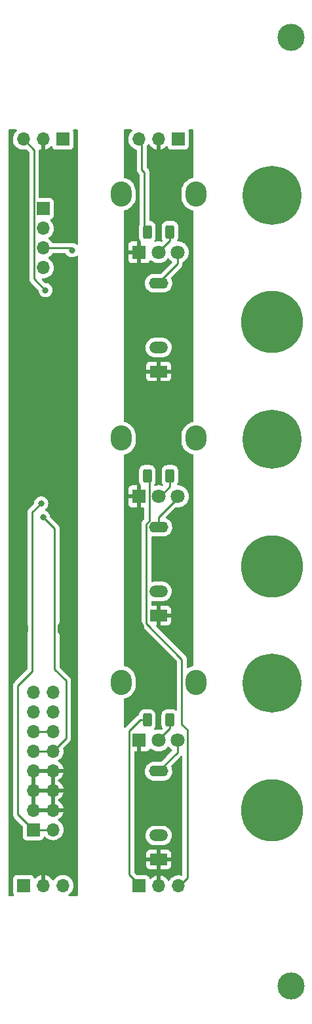
<source format=gbr>
%TF.GenerationSoftware,KiCad,Pcbnew,(6.0.0)*%
%TF.CreationDate,2022-02-24T10:47:42+08:00*%
%TF.ProjectId,LedController 2HP sandwich,4c656443-6f6e-4747-926f-6c6c65722032,rev?*%
%TF.SameCoordinates,Original*%
%TF.FileFunction,Copper,L2,Bot*%
%TF.FilePolarity,Positive*%
%FSLAX46Y46*%
G04 Gerber Fmt 4.6, Leading zero omitted, Abs format (unit mm)*
G04 Created by KiCad (PCBNEW (6.0.0)) date 2022-02-24 10:47:42*
%MOMM*%
%LPD*%
G01*
G04 APERTURE LIST*
G04 Aperture macros list*
%AMRoundRect*
0 Rectangle with rounded corners*
0 $1 Rounding radius*
0 $2 $3 $4 $5 $6 $7 $8 $9 X,Y pos of 4 corners*
0 Add a 4 corners polygon primitive as box body*
4,1,4,$2,$3,$4,$5,$6,$7,$8,$9,$2,$3,0*
0 Add four circle primitives for the rounded corners*
1,1,$1+$1,$2,$3*
1,1,$1+$1,$4,$5*
1,1,$1+$1,$6,$7*
1,1,$1+$1,$8,$9*
0 Add four rect primitives between the rounded corners*
20,1,$1+$1,$2,$3,$4,$5,0*
20,1,$1+$1,$4,$5,$6,$7,0*
20,1,$1+$1,$6,$7,$8,$9,0*
20,1,$1+$1,$8,$9,$2,$3,0*%
G04 Aperture macros list end*
%TA.AperFunction,ComponentPad*%
%ADD10O,2.720000X3.240000*%
%TD*%
%TA.AperFunction,ComponentPad*%
%ADD11R,1.800000X1.800000*%
%TD*%
%TA.AperFunction,ComponentPad*%
%ADD12C,1.800000*%
%TD*%
%TA.AperFunction,ComponentPad*%
%ADD13R,2.200000X1.500000*%
%TD*%
%TA.AperFunction,ComponentPad*%
%ADD14O,2.500000X1.400000*%
%TD*%
%TA.AperFunction,ComponentPad*%
%ADD15O,2.400000X1.500000*%
%TD*%
%TA.AperFunction,ComponentPad*%
%ADD16R,1.700000X1.700000*%
%TD*%
%TA.AperFunction,ComponentPad*%
%ADD17O,1.700000X1.700000*%
%TD*%
%TA.AperFunction,ComponentPad*%
%ADD18C,8.000000*%
%TD*%
%TA.AperFunction,ComponentPad*%
%ADD19C,7.612000*%
%TD*%
%TA.AperFunction,WasherPad*%
%ADD20C,3.500000*%
%TD*%
%TA.AperFunction,SMDPad,CuDef*%
%ADD21RoundRect,0.250000X-0.312500X-0.625000X0.312500X-0.625000X0.312500X0.625000X-0.312500X0.625000X0*%
%TD*%
%TA.AperFunction,ViaPad*%
%ADD22C,0.800000*%
%TD*%
%TA.AperFunction,ViaPad*%
%ADD23C,2.300000*%
%TD*%
%TA.AperFunction,Conductor*%
%ADD24C,0.250000*%
%TD*%
G04 APERTURE END LIST*
D10*
%TO.P,RV2,*%
%TO.N,*%
X15110000Y-40387185D03*
X24710000Y-40387185D03*
D11*
%TO.P,RV2,1,1*%
%TO.N,GND*%
X17410000Y-47887185D03*
D12*
%TO.P,RV2,2,2*%
%TO.N,Net-(R2-Pad2)*%
X19910000Y-47887185D03*
%TO.P,RV2,3,3*%
%TO.N,Net-(J2-PadT)*%
X22410000Y-47887185D03*
%TD*%
D10*
%TO.P,RV3,*%
%TO.N,*%
X15110000Y-8862463D03*
X24710000Y-8862463D03*
D11*
%TO.P,RV3,1,1*%
%TO.N,GND*%
X17410000Y-16362463D03*
D12*
%TO.P,RV3,2,2*%
%TO.N,Net-(R3-Pad2)*%
X19910000Y-16362463D03*
%TO.P,RV3,3,3*%
%TO.N,Net-(J3-PadT)*%
X22410000Y-16362463D03*
%TD*%
D13*
%TO.P,J1,S*%
%TO.N,GND*%
X19910000Y-94793050D03*
D14*
%TO.P,J1,T*%
%TO.N,Net-(J1-PadT)*%
X19910000Y-83393050D03*
D15*
%TO.P,J1,TN*%
%TO.N,Net-(J3-PadT)*%
X19910000Y-91693050D03*
%TD*%
D13*
%TO.P,J2,S*%
%TO.N,GND*%
X19910000Y-63274016D03*
D14*
%TO.P,J2,T*%
%TO.N,Net-(J2-PadT)*%
X19910000Y-51874016D03*
D15*
%TO.P,J2,TN*%
%TO.N,Net-(J1-PadT)*%
X19910000Y-60174016D03*
%TD*%
D13*
%TO.P,J3,S*%
%TO.N,GND*%
X19910000Y-31754983D03*
D14*
%TO.P,J3,T*%
%TO.N,Net-(J3-PadT)*%
X19910000Y-20354983D03*
D15*
%TO.P,J3,TN*%
%TO.N,Net-(J2-PadT)*%
X19910000Y-28654983D03*
%TD*%
D10*
%TO.P,RV1,*%
%TO.N,*%
X15110000Y-71911907D03*
X24710000Y-71911907D03*
D11*
%TO.P,RV1,1,1*%
%TO.N,GND*%
X17410000Y-79411907D03*
D12*
%TO.P,RV1,2,2*%
%TO.N,Net-(R1-Pad2)*%
X19910000Y-79411907D03*
%TO.P,RV1,3,3*%
%TO.N,Net-(J1-PadT)*%
X22410000Y-79411907D03*
%TD*%
D16*
%TO.P,REF\u002A\u002A,1*%
%TO.N,N/C*%
X7525000Y-1760000D03*
D17*
%TO.P,REF\u002A\u002A,2*%
%TO.N,GND*%
X4985000Y-1760000D03*
%TO.P,REF\u002A\u002A,3*%
%TO.N,Net-(R3-Pad1)*%
X2445000Y-1760000D03*
%TD*%
D18*
%TO.P,,1*%
%TO.N,N/C*%
X34584447Y-25392520D03*
%TD*%
%TO.P,,1*%
%TO.N,N/C*%
X34584447Y-88430587D03*
%TD*%
D16*
%TO.P,REF\u002A\u002A,1*%
%TO.N,Net-(R1-Pad1)*%
X2475000Y-98140000D03*
D17*
%TO.P,REF\u002A\u002A,2*%
%TO.N,GND*%
X5015000Y-98140000D03*
%TO.P,REF\u002A\u002A,3*%
%TO.N,Net-(R2-Pad1)*%
X7555000Y-98140000D03*
%TD*%
D19*
%TO.P,,alps pot*%
%TO.N,N/C*%
X34584447Y-72029444D03*
%TD*%
D20*
%TO.P,U$1,*%
%TO.N,*%
X36992500Y11362500D03*
X36992500Y-111137500D03*
%TD*%
D19*
%TO.P,,alps pot*%
%TO.N,N/C*%
X34584447Y-8980000D03*
%TD*%
D18*
%TO.P,,1*%
%TO.N,N/C*%
X34584447Y-56911553D03*
%TD*%
D19*
%TO.P,,alps pot*%
%TO.N,N/C*%
X34584447Y-40504722D03*
%TD*%
D21*
%TO.P,R1,1*%
%TO.N,Net-(R1-Pad1)*%
X18437500Y-76790000D03*
%TO.P,R1,2*%
%TO.N,Net-(R1-Pad2)*%
X21362500Y-76790000D03*
%TD*%
%TO.P,R2,1*%
%TO.N,Net-(R2-Pad1)*%
X18447500Y-45239145D03*
%TO.P,R2,2*%
%TO.N,Net-(R2-Pad2)*%
X21372500Y-45239145D03*
%TD*%
%TO.P,R3,1*%
%TO.N,Net-(R3-Pad1)*%
X18447500Y-13733363D03*
%TO.P,R3,2*%
%TO.N,Net-(R3-Pad2)*%
X21372500Y-13733363D03*
%TD*%
D16*
%TO.P,J4,1,Pin_1*%
%TO.N,-12V*%
X3725000Y-90935000D03*
D17*
%TO.P,J4,2,Pin_2*%
X6265000Y-90935000D03*
%TO.P,J4,3,Pin_3*%
%TO.N,GND*%
X3725000Y-88395000D03*
%TO.P,J4,4,Pin_4*%
X6265000Y-88395000D03*
%TO.P,J4,5,Pin_5*%
X3725000Y-85855000D03*
%TO.P,J4,6,Pin_6*%
X6265000Y-85855000D03*
%TO.P,J4,7,Pin_7*%
X3725000Y-83315000D03*
%TO.P,J4,8,Pin_8*%
X6265000Y-83315000D03*
%TO.P,J4,9,Pin_9*%
%TO.N,+12V*%
X3725000Y-80775000D03*
%TO.P,J4,10,Pin_10*%
X6265000Y-80775000D03*
%TO.P,J4,11,Pin_11*%
%TO.N,+5V*%
X3725000Y-78235000D03*
%TO.P,J4,12,Pin_12*%
X6265000Y-78235000D03*
%TO.P,J4,13,Pin_13*%
%TO.N,unconnected-(J4-Pad13)*%
X3725000Y-75695000D03*
%TO.P,J4,14,Pin_14*%
%TO.N,unconnected-(J4-Pad14)*%
X6265000Y-75695000D03*
%TO.P,J4,15,Pin_15*%
%TO.N,unconnected-(J4-Pad15)*%
X3725000Y-73155000D03*
%TO.P,J4,16,Pin_16*%
%TO.N,unconnected-(J4-Pad16)*%
X6265000Y-73155000D03*
%TD*%
D16*
%TO.P,J5,1,Pin_1*%
%TO.N,Net-(J5-Pad1)*%
X5000000Y-10750000D03*
D17*
%TO.P,J5,2,Pin_2*%
%TO.N,Net-(J5-Pad2)*%
X5000000Y-13290000D03*
%TO.P,J5,3,Pin_3*%
%TO.N,Net-(J5-Pad3)*%
X5000000Y-15830000D03*
%TO.P,J5,4,Pin_4*%
%TO.N,+12V*%
X5000000Y-18370000D03*
%TD*%
D16*
%TO.P,REF\u002A\u002A,1*%
%TO.N,N/C*%
X22435000Y-1750000D03*
D17*
%TO.P,REF\u002A\u002A,2*%
%TO.N,GND*%
X19895000Y-1750000D03*
%TO.P,REF\u002A\u002A,3*%
%TO.N,Net-(R3-Pad1)*%
X17355000Y-1750000D03*
%TD*%
D16*
%TO.P,REF\u002A\u002A,1*%
%TO.N,Net-(R1-Pad1)*%
X17385000Y-98190000D03*
D17*
%TO.P,REF\u002A\u002A,2*%
%TO.N,GND*%
X19925000Y-98190000D03*
%TO.P,REF\u002A\u002A,3*%
%TO.N,Net-(R2-Pad1)*%
X22465000Y-98190000D03*
%TD*%
D22*
%TO.N,Net-(R3-Pad1)*%
X5304500Y-21270000D03*
D23*
%TO.N,GND*%
X2000000Y-65000000D03*
X2000000Y-33000000D03*
X16910000Y-33000000D03*
X8000000Y-33000000D03*
X22910000Y-33000000D03*
X22910000Y-65000000D03*
X16910000Y-65000000D03*
X8000000Y-65000000D03*
D22*
%TO.N,+12V*%
X4990000Y-50600000D03*
%TO.N,Net-(J5-Pad3)*%
X8720000Y-16100000D03*
%TO.N,-12V*%
X4750000Y-48800000D03*
%TD*%
D24*
%TO.N,Net-(R1-Pad1)*%
X18437500Y-76790000D02*
X17502885Y-76790000D01*
X16105489Y-78187396D02*
X16105489Y-96740489D01*
X17502885Y-76790000D02*
X16105489Y-78187396D01*
X16105489Y-96740489D02*
X17555000Y-98190000D01*
%TO.N,Net-(R2-Pad1)*%
X18325480Y-51434520D02*
X18325480Y-64330205D01*
X23634511Y-78034511D02*
X23634511Y-97190489D01*
X22917210Y-77317210D02*
X23634511Y-78034511D01*
X18447500Y-45239145D02*
X18685489Y-45477134D01*
X18325480Y-64330205D02*
X22917210Y-68921935D01*
X18685489Y-45477134D02*
X18685489Y-51074511D01*
X22917210Y-68921935D02*
X22917210Y-77317210D01*
X18685489Y-51074511D02*
X18325480Y-51434520D01*
X23634511Y-97190489D02*
X22635000Y-98190000D01*
%TO.N,Net-(R3-Pad1)*%
X5304500Y-21270000D02*
X3825489Y-19790989D01*
X3825489Y-3140489D02*
X2445000Y-1760000D01*
X18447500Y-13733363D02*
X18075000Y-13360863D01*
X3825489Y-19790989D02*
X3825489Y-3140489D01*
X17740000Y-5685000D02*
X17740000Y-1750000D01*
X18075000Y-13360863D02*
X18075000Y-6020000D01*
X18075000Y-6020000D02*
X17740000Y-5685000D01*
%TO.N,Net-(J1-PadT)*%
X22330000Y-79411907D02*
X22330000Y-80953050D01*
X22330000Y-80953050D02*
X19890000Y-83393050D01*
%TO.N,Net-(J2-PadT)*%
X19900000Y-50617185D02*
X19900000Y-51874016D01*
X22630000Y-47887185D02*
X19900000Y-50617185D01*
%TO.N,Net-(J3-PadT)*%
X22360000Y-16362463D02*
X22360000Y-17864983D01*
X22360000Y-17864983D02*
X19870000Y-20354983D01*
%TO.N,+5V*%
X3725000Y-78235000D02*
X6265000Y-78235000D01*
%TO.N,+12V*%
X4990000Y-50600000D02*
X5050000Y-50600000D01*
X6470000Y-70220000D02*
X7940000Y-71690000D01*
X6470000Y-52020000D02*
X6470000Y-70220000D01*
X3725000Y-80775000D02*
X6265000Y-80775000D01*
X7940000Y-71690000D02*
X7940000Y-79100000D01*
X5050000Y-50600000D02*
X6470000Y-52020000D01*
X7940000Y-79100000D02*
X6265000Y-80775000D01*
%TO.N,Net-(J5-Pad3)*%
X8720000Y-16100000D02*
X8450000Y-15830000D01*
X8450000Y-15830000D02*
X5000000Y-15830000D01*
%TO.N,-12V*%
X3725000Y-90935000D02*
X6265000Y-90935000D01*
X1750000Y-88960000D02*
X3725000Y-90935000D01*
X3600000Y-70500000D02*
X1750000Y-72350000D01*
X1750000Y-72350000D02*
X1750000Y-88960000D01*
X4750000Y-48800000D02*
X3600000Y-49950000D01*
X3600000Y-49950000D02*
X3600000Y-70500000D01*
%TO.N,Net-(R1-Pad2)*%
X21362500Y-77879407D02*
X19830000Y-79411907D01*
X21362500Y-76790000D02*
X21362500Y-77879407D01*
%TO.N,Net-(R2-Pad2)*%
X21372500Y-45239145D02*
X21372500Y-46644685D01*
X21372500Y-46644685D02*
X20130000Y-47887185D01*
%TO.N,Net-(R3-Pad2)*%
X21372500Y-14849963D02*
X19860000Y-16362463D01*
X21372500Y-13733363D02*
X21372500Y-14849963D01*
%TD*%
%TA.AperFunction,Conductor*%
%TO.N,GND*%
G36*
X1540258Y-528002D02*
G01*
X1586751Y-581658D01*
X1596855Y-651932D01*
X1567361Y-716512D01*
X1547788Y-734761D01*
X1539965Y-740635D01*
X1385629Y-902138D01*
X1259743Y-1086680D01*
X1165688Y-1289305D01*
X1105989Y-1504570D01*
X1082251Y-1726695D01*
X1095110Y-1949715D01*
X1096247Y-1954761D01*
X1096248Y-1954767D01*
X1117275Y-2048069D01*
X1144222Y-2167639D01*
X1228266Y-2374616D01*
X1344987Y-2565088D01*
X1491250Y-2733938D01*
X1663126Y-2876632D01*
X1856000Y-2989338D01*
X2064692Y-3069030D01*
X2069760Y-3070061D01*
X2069763Y-3070062D01*
X2164862Y-3089410D01*
X2283597Y-3113567D01*
X2288772Y-3113757D01*
X2288774Y-3113757D01*
X2501673Y-3121564D01*
X2501677Y-3121564D01*
X2506837Y-3121753D01*
X2511957Y-3121097D01*
X2511959Y-3121097D01*
X2723288Y-3094025D01*
X2723289Y-3094025D01*
X2728416Y-3093368D01*
X2733367Y-3091883D01*
X2733370Y-3091882D01*
X2774829Y-3079444D01*
X2845825Y-3079028D01*
X2900131Y-3111035D01*
X3155084Y-3365988D01*
X3189110Y-3428300D01*
X3191989Y-3455083D01*
X3191989Y-19712222D01*
X3191462Y-19723405D01*
X3189787Y-19730898D01*
X3190036Y-19738824D01*
X3190036Y-19738825D01*
X3191927Y-19798975D01*
X3191989Y-19802934D01*
X3191989Y-19830845D01*
X3192486Y-19834779D01*
X3192486Y-19834780D01*
X3192494Y-19834845D01*
X3193427Y-19846682D01*
X3194816Y-19890878D01*
X3200467Y-19910328D01*
X3204476Y-19929689D01*
X3207015Y-19949786D01*
X3209934Y-19957157D01*
X3209934Y-19957159D01*
X3223293Y-19990901D01*
X3227138Y-20002131D01*
X3239471Y-20044582D01*
X3243504Y-20051401D01*
X3243506Y-20051406D01*
X3249782Y-20062017D01*
X3258477Y-20079765D01*
X3265937Y-20098606D01*
X3270599Y-20105022D01*
X3270599Y-20105023D01*
X3291925Y-20134376D01*
X3298441Y-20144296D01*
X3320947Y-20182351D01*
X3335268Y-20196672D01*
X3348108Y-20211705D01*
X3360017Y-20228096D01*
X3366123Y-20233147D01*
X3394094Y-20256287D01*
X3402873Y-20264277D01*
X4357378Y-21218782D01*
X4391404Y-21281094D01*
X4393592Y-21294703D01*
X4410958Y-21459928D01*
X4469973Y-21641556D01*
X4565460Y-21806944D01*
X4693247Y-21948866D01*
X4847748Y-22061118D01*
X4853776Y-22063802D01*
X4853778Y-22063803D01*
X5016181Y-22136109D01*
X5022212Y-22138794D01*
X5115612Y-22158647D01*
X5202556Y-22177128D01*
X5202561Y-22177128D01*
X5209013Y-22178500D01*
X5399987Y-22178500D01*
X5406439Y-22177128D01*
X5406444Y-22177128D01*
X5493388Y-22158647D01*
X5586788Y-22138794D01*
X5592819Y-22136109D01*
X5755222Y-22063803D01*
X5755224Y-22063802D01*
X5761252Y-22061118D01*
X5915753Y-21948866D01*
X6043540Y-21806944D01*
X6139027Y-21641556D01*
X6198042Y-21459928D01*
X6218004Y-21270000D01*
X6198042Y-21080072D01*
X6139027Y-20898444D01*
X6043540Y-20733056D01*
X5915753Y-20591134D01*
X5761252Y-20478882D01*
X5755224Y-20476198D01*
X5755222Y-20476197D01*
X5592819Y-20403891D01*
X5592818Y-20403891D01*
X5586788Y-20401206D01*
X5493387Y-20381353D01*
X5406444Y-20362872D01*
X5406439Y-20362872D01*
X5399987Y-20361500D01*
X5344095Y-20361500D01*
X5275974Y-20341498D01*
X5255000Y-20324595D01*
X4873706Y-19943301D01*
X4839680Y-19880989D01*
X4844745Y-19810174D01*
X4887292Y-19753338D01*
X4953812Y-19728527D01*
X4967418Y-19728291D01*
X5056673Y-19731564D01*
X5056677Y-19731564D01*
X5061837Y-19731753D01*
X5066957Y-19731097D01*
X5066959Y-19731097D01*
X5278288Y-19704025D01*
X5278289Y-19704025D01*
X5283416Y-19703368D01*
X5288366Y-19701883D01*
X5492429Y-19640661D01*
X5492434Y-19640659D01*
X5497384Y-19639174D01*
X5697994Y-19540896D01*
X5879860Y-19411173D01*
X6038096Y-19253489D01*
X6168453Y-19072077D01*
X6267430Y-18871811D01*
X6332370Y-18658069D01*
X6361529Y-18436590D01*
X6363156Y-18370000D01*
X6344852Y-18147361D01*
X6290431Y-17930702D01*
X6201354Y-17725840D01*
X6080014Y-17538277D01*
X5929670Y-17373051D01*
X5925619Y-17369852D01*
X5925615Y-17369848D01*
X5758414Y-17237800D01*
X5758410Y-17237798D01*
X5754359Y-17234598D01*
X5713053Y-17211796D01*
X5663084Y-17161364D01*
X5648312Y-17091921D01*
X5673428Y-17025516D01*
X5700780Y-16998909D01*
X5826316Y-16909365D01*
X5879860Y-16871173D01*
X6038096Y-16713489D01*
X6168453Y-16532077D01*
X6170746Y-16527437D01*
X6172446Y-16524608D01*
X6224674Y-16476518D01*
X6280451Y-16463500D01*
X7808076Y-16463500D01*
X7876197Y-16483502D01*
X7917195Y-16526500D01*
X7980960Y-16636944D01*
X8108747Y-16778866D01*
X8207430Y-16850564D01*
X8239923Y-16874171D01*
X8263248Y-16891118D01*
X8269276Y-16893802D01*
X8269278Y-16893803D01*
X8431681Y-16966109D01*
X8437712Y-16968794D01*
X8531112Y-16988647D01*
X8618056Y-17007128D01*
X8618061Y-17007128D01*
X8624513Y-17008500D01*
X8815487Y-17008500D01*
X8821939Y-17007128D01*
X8821944Y-17007128D01*
X8908888Y-16988647D01*
X9002288Y-16968794D01*
X9008319Y-16966109D01*
X9170722Y-16893803D01*
X9170724Y-16893802D01*
X9176752Y-16891118D01*
X9200078Y-16874171D01*
X9218918Y-16860483D01*
X9291940Y-16807429D01*
X9358806Y-16783571D01*
X9427958Y-16799651D01*
X9477438Y-16850564D01*
X9492000Y-16909365D01*
X9492000Y-99366000D01*
X9471998Y-99434121D01*
X9418342Y-99480614D01*
X9366000Y-99492000D01*
X8392720Y-99492000D01*
X8324599Y-99471998D01*
X8278106Y-99418342D01*
X8268002Y-99348068D01*
X8297496Y-99283488D01*
X8319552Y-99263421D01*
X8346938Y-99243887D01*
X8434860Y-99181173D01*
X8593096Y-99023489D01*
X8723453Y-98842077D01*
X8736995Y-98814678D01*
X8820136Y-98646453D01*
X8820137Y-98646451D01*
X8822430Y-98641811D01*
X8887370Y-98428069D01*
X8916529Y-98206590D01*
X8918156Y-98140000D01*
X8899852Y-97917361D01*
X8845431Y-97700702D01*
X8756354Y-97495840D01*
X8635014Y-97308277D01*
X8484670Y-97143051D01*
X8480619Y-97139852D01*
X8480615Y-97139848D01*
X8313414Y-97007800D01*
X8313410Y-97007798D01*
X8309359Y-97004598D01*
X8273028Y-96984542D01*
X8257136Y-96975769D01*
X8113789Y-96896638D01*
X8108920Y-96894914D01*
X8108916Y-96894912D01*
X7908087Y-96823795D01*
X7908083Y-96823794D01*
X7903212Y-96822069D01*
X7898119Y-96821162D01*
X7898116Y-96821161D01*
X7688373Y-96783800D01*
X7688367Y-96783799D01*
X7683284Y-96782894D01*
X7609452Y-96781992D01*
X7465081Y-96780228D01*
X7465079Y-96780228D01*
X7459911Y-96780165D01*
X7239091Y-96813955D01*
X7026756Y-96883357D01*
X6828607Y-96986507D01*
X6824474Y-96989610D01*
X6824471Y-96989612D01*
X6654100Y-97117530D01*
X6649965Y-97120635D01*
X6495629Y-97282138D01*
X6492715Y-97286410D01*
X6492714Y-97286411D01*
X6387898Y-97440066D01*
X6332987Y-97485069D01*
X6262462Y-97493240D01*
X6198715Y-97461986D01*
X6178018Y-97437502D01*
X6097426Y-97312926D01*
X6091136Y-97304757D01*
X5947806Y-97147240D01*
X5940273Y-97140215D01*
X5773139Y-97008222D01*
X5764552Y-97002517D01*
X5578117Y-96899599D01*
X5568705Y-96895369D01*
X5367959Y-96824280D01*
X5357988Y-96821646D01*
X5286837Y-96808972D01*
X5273540Y-96810432D01*
X5269000Y-96824989D01*
X5269000Y-98268000D01*
X5248998Y-98336121D01*
X5195342Y-98382614D01*
X5143000Y-98394000D01*
X4887000Y-98394000D01*
X4818879Y-98373998D01*
X4772386Y-98320342D01*
X4761000Y-98268000D01*
X4761000Y-96823102D01*
X4757082Y-96809758D01*
X4742806Y-96807771D01*
X4704324Y-96813660D01*
X4694288Y-96816051D01*
X4491868Y-96882212D01*
X4482359Y-96886209D01*
X4293463Y-96984542D01*
X4284738Y-96990036D01*
X4114433Y-97117905D01*
X4106726Y-97124748D01*
X4029478Y-97205584D01*
X3967954Y-97241014D01*
X3897042Y-97237557D01*
X3839255Y-97196311D01*
X3820402Y-97162763D01*
X3778767Y-97051703D01*
X3775615Y-97043295D01*
X3688261Y-96926739D01*
X3571705Y-96839385D01*
X3435316Y-96788255D01*
X3373134Y-96781500D01*
X1576866Y-96781500D01*
X1514684Y-96788255D01*
X1378295Y-96839385D01*
X1261739Y-96926739D01*
X1174385Y-97043295D01*
X1123255Y-97179684D01*
X1116500Y-97241866D01*
X1116500Y-99038134D01*
X1123255Y-99100316D01*
X1174385Y-99236705D01*
X1214655Y-99290436D01*
X1239501Y-99356942D01*
X1224448Y-99426324D01*
X1174273Y-99476554D01*
X1113827Y-99492000D01*
X634000Y-99492000D01*
X565879Y-99471998D01*
X519386Y-99418342D01*
X508000Y-99366000D01*
X508000Y-72329943D01*
X1111780Y-72329943D01*
X1112526Y-72337835D01*
X1115941Y-72373961D01*
X1116500Y-72385819D01*
X1116500Y-88881233D01*
X1115973Y-88892416D01*
X1114298Y-88899909D01*
X1114547Y-88907835D01*
X1114547Y-88907836D01*
X1116438Y-88967986D01*
X1116500Y-88971945D01*
X1116500Y-88999856D01*
X1116997Y-89003790D01*
X1116997Y-89003791D01*
X1117005Y-89003856D01*
X1117938Y-89015693D01*
X1119327Y-89059889D01*
X1124978Y-89079339D01*
X1128987Y-89098700D01*
X1131526Y-89118797D01*
X1134445Y-89126168D01*
X1134445Y-89126170D01*
X1147804Y-89159912D01*
X1151649Y-89171142D01*
X1161771Y-89205983D01*
X1163982Y-89213593D01*
X1168015Y-89220412D01*
X1168017Y-89220417D01*
X1174293Y-89231028D01*
X1182988Y-89248776D01*
X1190448Y-89267617D01*
X1195110Y-89274033D01*
X1195110Y-89274034D01*
X1216436Y-89303387D01*
X1222952Y-89313307D01*
X1245458Y-89351362D01*
X1259779Y-89365683D01*
X1272619Y-89380716D01*
X1284528Y-89397107D01*
X1290634Y-89402158D01*
X1318605Y-89425298D01*
X1327384Y-89433288D01*
X2329595Y-90435500D01*
X2363621Y-90497812D01*
X2366500Y-90524595D01*
X2366500Y-91833134D01*
X2373255Y-91895316D01*
X2424385Y-92031705D01*
X2511739Y-92148261D01*
X2628295Y-92235615D01*
X2764684Y-92286745D01*
X2826866Y-92293500D01*
X4623134Y-92293500D01*
X4685316Y-92286745D01*
X4821705Y-92235615D01*
X4938261Y-92148261D01*
X5025615Y-92031705D01*
X5047799Y-91972529D01*
X5069598Y-91914382D01*
X5112240Y-91857618D01*
X5178802Y-91832918D01*
X5248150Y-91848126D01*
X5282817Y-91876114D01*
X5311250Y-91908938D01*
X5483126Y-92051632D01*
X5676000Y-92164338D01*
X5884692Y-92244030D01*
X5889760Y-92245061D01*
X5889763Y-92245062D01*
X5997017Y-92266883D01*
X6103597Y-92288567D01*
X6108772Y-92288757D01*
X6108774Y-92288757D01*
X6321673Y-92296564D01*
X6321677Y-92296564D01*
X6326837Y-92296753D01*
X6331957Y-92296097D01*
X6331959Y-92296097D01*
X6543288Y-92269025D01*
X6543289Y-92269025D01*
X6548416Y-92268368D01*
X6553366Y-92266883D01*
X6757429Y-92205661D01*
X6757434Y-92205659D01*
X6762384Y-92204174D01*
X6962994Y-92105896D01*
X7144860Y-91976173D01*
X7303096Y-91818489D01*
X7433453Y-91637077D01*
X7532430Y-91436811D01*
X7597370Y-91223069D01*
X7626529Y-91001590D01*
X7628156Y-90935000D01*
X7609852Y-90712361D01*
X7555431Y-90495702D01*
X7466354Y-90290840D01*
X7345014Y-90103277D01*
X7194670Y-89938051D01*
X7190619Y-89934852D01*
X7190615Y-89934848D01*
X7023414Y-89802800D01*
X7023410Y-89802798D01*
X7019359Y-89799598D01*
X6977569Y-89776529D01*
X6927598Y-89726097D01*
X6912826Y-89656654D01*
X6937942Y-89590248D01*
X6965294Y-89563641D01*
X7140328Y-89438792D01*
X7148200Y-89432139D01*
X7299052Y-89281812D01*
X7305730Y-89273965D01*
X7430003Y-89101020D01*
X7435313Y-89092183D01*
X7529670Y-88901267D01*
X7533469Y-88891672D01*
X7595377Y-88687910D01*
X7597555Y-88677837D01*
X7598986Y-88666962D01*
X7596775Y-88652778D01*
X7583617Y-88649000D01*
X3597000Y-88649000D01*
X3528879Y-88628998D01*
X3482386Y-88575342D01*
X3471000Y-88523000D01*
X3471000Y-88122885D01*
X3979000Y-88122885D01*
X3983475Y-88138124D01*
X3984865Y-88139329D01*
X3992548Y-88141000D01*
X5992885Y-88141000D01*
X6008124Y-88136525D01*
X6009329Y-88135135D01*
X6011000Y-88127452D01*
X6011000Y-88122885D01*
X6519000Y-88122885D01*
X6523475Y-88138124D01*
X6524865Y-88139329D01*
X6532548Y-88141000D01*
X7583344Y-88141000D01*
X7596875Y-88137027D01*
X7598180Y-88127947D01*
X7556214Y-87960875D01*
X7552894Y-87951124D01*
X7467972Y-87755814D01*
X7463105Y-87746739D01*
X7347426Y-87567926D01*
X7341136Y-87559757D01*
X7197806Y-87402240D01*
X7190273Y-87395215D01*
X7023139Y-87263222D01*
X7014552Y-87257517D01*
X6977116Y-87236851D01*
X6927146Y-87186419D01*
X6912374Y-87116976D01*
X6937490Y-87050571D01*
X6964842Y-87023964D01*
X7140327Y-86898792D01*
X7148200Y-86892139D01*
X7299052Y-86741812D01*
X7305730Y-86733965D01*
X7430003Y-86561020D01*
X7435313Y-86552183D01*
X7529670Y-86361267D01*
X7533469Y-86351672D01*
X7595377Y-86147910D01*
X7597555Y-86137837D01*
X7598986Y-86126962D01*
X7596775Y-86112778D01*
X7583617Y-86109000D01*
X6537115Y-86109000D01*
X6521876Y-86113475D01*
X6520671Y-86114865D01*
X6519000Y-86122548D01*
X6519000Y-88122885D01*
X6011000Y-88122885D01*
X6011000Y-86127115D01*
X6006525Y-86111876D01*
X6005135Y-86110671D01*
X5997452Y-86109000D01*
X3997115Y-86109000D01*
X3981876Y-86113475D01*
X3980671Y-86114865D01*
X3979000Y-86122548D01*
X3979000Y-88122885D01*
X3471000Y-88122885D01*
X3471000Y-85582885D01*
X3979000Y-85582885D01*
X3983475Y-85598124D01*
X3984865Y-85599329D01*
X3992548Y-85601000D01*
X5992885Y-85601000D01*
X6008124Y-85596525D01*
X6009329Y-85595135D01*
X6011000Y-85587452D01*
X6011000Y-85582885D01*
X6519000Y-85582885D01*
X6523475Y-85598124D01*
X6524865Y-85599329D01*
X6532548Y-85601000D01*
X7583344Y-85601000D01*
X7596875Y-85597027D01*
X7598180Y-85587947D01*
X7556214Y-85420875D01*
X7552894Y-85411124D01*
X7467972Y-85215814D01*
X7463105Y-85206739D01*
X7347426Y-85027926D01*
X7341136Y-85019757D01*
X7197806Y-84862240D01*
X7190273Y-84855215D01*
X7023139Y-84723222D01*
X7014552Y-84717517D01*
X6977116Y-84696851D01*
X6927146Y-84646419D01*
X6912374Y-84576976D01*
X6937490Y-84510571D01*
X6964842Y-84483964D01*
X7140327Y-84358792D01*
X7148200Y-84352139D01*
X7299052Y-84201812D01*
X7305730Y-84193965D01*
X7430003Y-84021020D01*
X7435313Y-84012183D01*
X7529670Y-83821267D01*
X7533469Y-83811672D01*
X7595377Y-83607910D01*
X7597555Y-83597837D01*
X7598986Y-83586962D01*
X7596775Y-83572778D01*
X7583617Y-83569000D01*
X6537115Y-83569000D01*
X6521876Y-83573475D01*
X6520671Y-83574865D01*
X6519000Y-83582548D01*
X6519000Y-85582885D01*
X6011000Y-85582885D01*
X6011000Y-83587115D01*
X6006525Y-83571876D01*
X6005135Y-83570671D01*
X5997452Y-83569000D01*
X3997115Y-83569000D01*
X3981876Y-83573475D01*
X3980671Y-83574865D01*
X3979000Y-83582548D01*
X3979000Y-85582885D01*
X3471000Y-85582885D01*
X3471000Y-83187000D01*
X3491002Y-83118879D01*
X3544658Y-83072386D01*
X3597000Y-83061000D01*
X7583344Y-83061000D01*
X7596875Y-83057027D01*
X7598180Y-83047947D01*
X7556214Y-82880875D01*
X7552894Y-82871124D01*
X7467972Y-82675814D01*
X7463105Y-82666739D01*
X7347426Y-82487926D01*
X7341136Y-82479757D01*
X7197806Y-82322240D01*
X7190273Y-82315215D01*
X7023139Y-82183222D01*
X7014556Y-82177520D01*
X6977602Y-82157120D01*
X6927631Y-82106687D01*
X6912859Y-82037245D01*
X6937975Y-81970839D01*
X6965327Y-81944232D01*
X6988797Y-81927491D01*
X7144860Y-81816173D01*
X7303096Y-81658489D01*
X7362594Y-81575689D01*
X7430435Y-81481277D01*
X7433453Y-81477077D01*
X7454324Y-81434849D01*
X7530136Y-81281453D01*
X7530137Y-81281451D01*
X7532430Y-81276811D01*
X7597370Y-81063069D01*
X7626529Y-80841590D01*
X7628156Y-80775000D01*
X7609852Y-80552361D01*
X7581821Y-80440765D01*
X7584625Y-80369823D01*
X7614930Y-80320974D01*
X8332247Y-79603657D01*
X8340537Y-79596113D01*
X8347018Y-79592000D01*
X8393659Y-79542332D01*
X8396413Y-79539491D01*
X8416135Y-79519769D01*
X8418619Y-79516567D01*
X8426317Y-79507555D01*
X8451161Y-79481098D01*
X8456586Y-79475321D01*
X8466347Y-79457566D01*
X8477198Y-79441047D01*
X8489614Y-79425041D01*
X8507174Y-79384463D01*
X8512391Y-79373813D01*
X8533695Y-79335060D01*
X8538733Y-79315437D01*
X8545137Y-79296734D01*
X8550033Y-79285420D01*
X8550033Y-79285419D01*
X8553181Y-79278145D01*
X8554420Y-79270322D01*
X8554423Y-79270312D01*
X8560099Y-79234476D01*
X8562505Y-79222856D01*
X8571528Y-79187711D01*
X8571528Y-79187710D01*
X8573500Y-79180030D01*
X8573500Y-79159776D01*
X8575051Y-79140065D01*
X8576980Y-79127886D01*
X8578220Y-79120057D01*
X8574059Y-79076038D01*
X8573500Y-79064181D01*
X8573500Y-71768767D01*
X8574027Y-71757584D01*
X8575702Y-71750091D01*
X8573562Y-71682000D01*
X8573500Y-71678043D01*
X8573500Y-71650144D01*
X8572996Y-71646153D01*
X8572063Y-71634311D01*
X8570923Y-71598036D01*
X8570674Y-71590111D01*
X8568462Y-71582497D01*
X8568461Y-71582492D01*
X8565023Y-71570659D01*
X8561012Y-71551295D01*
X8559467Y-71539064D01*
X8558474Y-71531203D01*
X8555557Y-71523836D01*
X8555556Y-71523831D01*
X8542198Y-71490092D01*
X8538354Y-71478865D01*
X8528230Y-71444022D01*
X8526018Y-71436407D01*
X8515707Y-71418972D01*
X8507012Y-71401224D01*
X8499552Y-71382383D01*
X8473564Y-71346613D01*
X8467048Y-71336693D01*
X8448580Y-71305465D01*
X8448578Y-71305462D01*
X8444542Y-71298638D01*
X8430221Y-71284317D01*
X8417380Y-71269283D01*
X8410131Y-71259306D01*
X8405472Y-71252893D01*
X8371395Y-71224702D01*
X8362616Y-71216712D01*
X7140405Y-69994500D01*
X7106379Y-69932188D01*
X7103500Y-69905405D01*
X7103500Y-52098767D01*
X7104027Y-52087584D01*
X7105702Y-52080091D01*
X7103562Y-52012014D01*
X7103500Y-52008055D01*
X7103500Y-51980144D01*
X7102995Y-51976144D01*
X7102062Y-51964301D01*
X7100922Y-51928029D01*
X7100673Y-51920110D01*
X7095022Y-51900658D01*
X7091014Y-51881306D01*
X7089467Y-51869063D01*
X7088474Y-51861203D01*
X7085556Y-51853832D01*
X7072200Y-51820097D01*
X7068355Y-51808870D01*
X7067721Y-51806687D01*
X7056018Y-51766407D01*
X7051984Y-51759585D01*
X7051981Y-51759579D01*
X7045706Y-51748968D01*
X7037010Y-51731218D01*
X7032472Y-51719756D01*
X7032469Y-51719751D01*
X7029552Y-51712383D01*
X7003573Y-51676625D01*
X6997057Y-51666707D01*
X6978575Y-51635457D01*
X6974542Y-51628637D01*
X6960218Y-51614313D01*
X6947376Y-51599278D01*
X6935472Y-51582893D01*
X6901406Y-51554711D01*
X6892627Y-51546722D01*
X5930075Y-50584170D01*
X5896049Y-50521858D01*
X5893860Y-50508245D01*
X5884232Y-50416635D01*
X5884232Y-50416633D01*
X5883542Y-50410072D01*
X5824527Y-50228444D01*
X5729040Y-50063056D01*
X5601253Y-49921134D01*
X5502157Y-49849136D01*
X5452094Y-49812763D01*
X5452093Y-49812762D01*
X5446752Y-49808882D01*
X5440726Y-49806199D01*
X5440719Y-49806195D01*
X5337915Y-49760425D01*
X5311471Y-49748651D01*
X5257376Y-49702672D01*
X5236726Y-49634745D01*
X5256078Y-49566437D01*
X5288659Y-49531609D01*
X5317722Y-49510493D01*
X5361253Y-49478866D01*
X5380041Y-49458000D01*
X5484621Y-49341852D01*
X5484622Y-49341851D01*
X5489040Y-49336944D01*
X5584527Y-49171556D01*
X5643542Y-48989928D01*
X5663504Y-48800000D01*
X5643542Y-48610072D01*
X5584527Y-48428444D01*
X5489040Y-48263056D01*
X5361253Y-48121134D01*
X5206752Y-48008882D01*
X5200724Y-48006198D01*
X5200722Y-48006197D01*
X5038319Y-47933891D01*
X5038318Y-47933891D01*
X5032288Y-47931206D01*
X4938888Y-47911353D01*
X4851944Y-47892872D01*
X4851939Y-47892872D01*
X4845487Y-47891500D01*
X4654513Y-47891500D01*
X4648061Y-47892872D01*
X4648056Y-47892872D01*
X4561112Y-47911353D01*
X4467712Y-47931206D01*
X4461682Y-47933891D01*
X4461681Y-47933891D01*
X4299278Y-48006197D01*
X4299276Y-48006198D01*
X4293248Y-48008882D01*
X4138747Y-48121134D01*
X4010960Y-48263056D01*
X3915473Y-48428444D01*
X3856458Y-48610072D01*
X3855768Y-48616633D01*
X3855768Y-48616635D01*
X3839093Y-48775292D01*
X3812080Y-48840949D01*
X3802878Y-48851218D01*
X3207742Y-49446353D01*
X3199463Y-49453887D01*
X3192982Y-49458000D01*
X3146357Y-49507651D01*
X3143602Y-49510493D01*
X3123865Y-49530230D01*
X3121385Y-49533427D01*
X3113682Y-49542447D01*
X3083414Y-49574679D01*
X3079595Y-49581625D01*
X3079593Y-49581628D01*
X3073652Y-49592434D01*
X3062801Y-49608953D01*
X3050386Y-49624959D01*
X3047241Y-49632228D01*
X3047238Y-49632232D01*
X3032826Y-49665537D01*
X3027609Y-49676187D01*
X3006305Y-49714940D01*
X3004334Y-49722615D01*
X3004334Y-49722616D01*
X3001267Y-49734562D01*
X2994863Y-49753266D01*
X2986819Y-49771855D01*
X2985580Y-49779678D01*
X2985577Y-49779688D01*
X2979901Y-49815524D01*
X2977495Y-49827144D01*
X2966500Y-49869970D01*
X2966500Y-49890224D01*
X2964949Y-49909934D01*
X2961780Y-49929943D01*
X2962526Y-49937835D01*
X2965941Y-49973961D01*
X2966500Y-49985819D01*
X2966500Y-70185406D01*
X2946498Y-70253527D01*
X2929595Y-70274501D01*
X1357747Y-71846348D01*
X1349461Y-71853888D01*
X1342982Y-71858000D01*
X1337557Y-71863777D01*
X1296357Y-71907651D01*
X1293602Y-71910493D01*
X1273865Y-71930230D01*
X1271385Y-71933427D01*
X1263682Y-71942447D01*
X1233414Y-71974679D01*
X1229595Y-71981625D01*
X1229593Y-71981628D01*
X1223652Y-71992434D01*
X1212801Y-72008953D01*
X1200386Y-72024959D01*
X1197241Y-72032228D01*
X1197238Y-72032232D01*
X1182826Y-72065537D01*
X1177609Y-72076187D01*
X1156305Y-72114940D01*
X1154334Y-72122615D01*
X1154334Y-72122616D01*
X1151267Y-72134562D01*
X1144863Y-72153266D01*
X1144179Y-72154848D01*
X1136819Y-72171855D01*
X1135580Y-72179678D01*
X1135577Y-72179688D01*
X1129901Y-72215524D01*
X1127495Y-72227144D01*
X1116500Y-72269970D01*
X1116500Y-72290224D01*
X1114949Y-72309934D01*
X1111780Y-72329943D01*
X508000Y-72329943D01*
X508000Y-634000D01*
X528002Y-565879D01*
X581658Y-519386D01*
X634000Y-508000D01*
X1472137Y-508000D01*
X1540258Y-528002D01*
G37*
%TD.AperFunction*%
%TA.AperFunction,Conductor*%
G36*
X9434121Y-528002D02*
G01*
X9480614Y-581658D01*
X9492000Y-634000D01*
X9492000Y-15290635D01*
X9471998Y-15358756D01*
X9418342Y-15405249D01*
X9348068Y-15415353D01*
X9291940Y-15392572D01*
X9176752Y-15308882D01*
X9170724Y-15306198D01*
X9170722Y-15306197D01*
X9008319Y-15233891D01*
X9008318Y-15233891D01*
X9002288Y-15231206D01*
X8908887Y-15211353D01*
X8821944Y-15192872D01*
X8821939Y-15192872D01*
X8815487Y-15191500D01*
X8624513Y-15191500D01*
X8591074Y-15198608D01*
X8545799Y-15197661D01*
X8545571Y-15199465D01*
X8537709Y-15198472D01*
X8530030Y-15196500D01*
X8509776Y-15196500D01*
X8490065Y-15194949D01*
X8477886Y-15193020D01*
X8470057Y-15191780D01*
X8462165Y-15192526D01*
X8426039Y-15195941D01*
X8414181Y-15196500D01*
X6276805Y-15196500D01*
X6208684Y-15176498D01*
X6171013Y-15138940D01*
X6082822Y-15002617D01*
X6082820Y-15002614D01*
X6080014Y-14998277D01*
X5929670Y-14833051D01*
X5925619Y-14829852D01*
X5925615Y-14829848D01*
X5758414Y-14697800D01*
X5758410Y-14697798D01*
X5754359Y-14694598D01*
X5713053Y-14671796D01*
X5663084Y-14621364D01*
X5648312Y-14551921D01*
X5673428Y-14485516D01*
X5700780Y-14458909D01*
X5744603Y-14427650D01*
X5879860Y-14331173D01*
X6038096Y-14173489D01*
X6168453Y-13992077D01*
X6267430Y-13791811D01*
X6332370Y-13578069D01*
X6361529Y-13356590D01*
X6363156Y-13290000D01*
X6344852Y-13067361D01*
X6290431Y-12850702D01*
X6201354Y-12645840D01*
X6080014Y-12458277D01*
X6076532Y-12454450D01*
X5932798Y-12296488D01*
X5901746Y-12232642D01*
X5910141Y-12162143D01*
X5955317Y-12107375D01*
X5981761Y-12093706D01*
X6088297Y-12053767D01*
X6096705Y-12050615D01*
X6213261Y-11963261D01*
X6300615Y-11846705D01*
X6351745Y-11710316D01*
X6358500Y-11648134D01*
X6358500Y-9851866D01*
X6351745Y-9789684D01*
X6300615Y-9653295D01*
X6213261Y-9536739D01*
X6096705Y-9449385D01*
X5960316Y-9398255D01*
X5898134Y-9391500D01*
X4584989Y-9391500D01*
X4516868Y-9371498D01*
X4470375Y-9317842D01*
X4458989Y-9265500D01*
X4458989Y-3219256D01*
X4459516Y-3208073D01*
X4461191Y-3200580D01*
X4460942Y-3192653D01*
X4461688Y-3184761D01*
X4464330Y-3185011D01*
X4478942Y-3128756D01*
X4531108Y-3080598D01*
X4601030Y-3068288D01*
X4612151Y-3070037D01*
X4713250Y-3090606D01*
X4727299Y-3089410D01*
X4731000Y-3079065D01*
X4731000Y-1632000D01*
X4751002Y-1563879D01*
X4804658Y-1517386D01*
X4857000Y-1506000D01*
X5113000Y-1506000D01*
X5181121Y-1526002D01*
X5227614Y-1579658D01*
X5239000Y-1632000D01*
X5239000Y-3078517D01*
X5243064Y-3092359D01*
X5256478Y-3094393D01*
X5263184Y-3093534D01*
X5273262Y-3091392D01*
X5477255Y-3030191D01*
X5486842Y-3026433D01*
X5678095Y-2932739D01*
X5686945Y-2927464D01*
X5860328Y-2803792D01*
X5868193Y-2797145D01*
X5972897Y-2692805D01*
X6035268Y-2658889D01*
X6106075Y-2664077D01*
X6162837Y-2706723D01*
X6179819Y-2737826D01*
X6224385Y-2856705D01*
X6311739Y-2973261D01*
X6428295Y-3060615D01*
X6564684Y-3111745D01*
X6626866Y-3118500D01*
X8423134Y-3118500D01*
X8485316Y-3111745D01*
X8621705Y-3060615D01*
X8738261Y-2973261D01*
X8825615Y-2856705D01*
X8876745Y-2720316D01*
X8883500Y-2658134D01*
X8883500Y-861866D01*
X8876745Y-799684D01*
X8873973Y-792288D01*
X8873971Y-792282D01*
X8831214Y-678229D01*
X8826031Y-607422D01*
X8859952Y-545053D01*
X8922207Y-510924D01*
X8949196Y-508000D01*
X9366000Y-508000D01*
X9434121Y-528002D01*
G37*
%TD.AperFunction*%
%TD*%
%TA.AperFunction,Conductor*%
%TO.N,GND*%
G36*
X17606121Y-79177909D02*
G01*
X17652614Y-79231565D01*
X17664000Y-79283907D01*
X17664000Y-80801791D01*
X17668475Y-80817030D01*
X17669865Y-80818235D01*
X17677548Y-80819906D01*
X18354669Y-80819906D01*
X18361490Y-80819536D01*
X18412352Y-80814012D01*
X18427604Y-80810386D01*
X18548054Y-80765231D01*
X18563649Y-80756693D01*
X18665724Y-80680192D01*
X18678285Y-80667631D01*
X18754786Y-80565556D01*
X18763325Y-80549959D01*
X18775278Y-80518074D01*
X18817919Y-80461309D01*
X18884480Y-80436609D01*
X18953829Y-80451816D01*
X18973741Y-80465355D01*
X19099349Y-80569637D01*
X19299322Y-80686491D01*
X19304147Y-80688333D01*
X19304148Y-80688334D01*
X19358974Y-80709270D01*
X19515694Y-80769116D01*
X19520760Y-80770147D01*
X19520761Y-80770147D01*
X19573846Y-80780947D01*
X19742656Y-80815292D01*
X19873324Y-80820083D01*
X19968949Y-80823590D01*
X19968953Y-80823590D01*
X19974113Y-80823779D01*
X19979233Y-80823123D01*
X19979235Y-80823123D01*
X20078660Y-80810386D01*
X20203847Y-80794349D01*
X20208795Y-80792864D01*
X20208802Y-80792863D01*
X20420747Y-80729276D01*
X20425690Y-80727793D01*
X20430324Y-80725523D01*
X20629049Y-80628169D01*
X20629052Y-80628167D01*
X20633684Y-80625898D01*
X20822243Y-80491401D01*
X20986303Y-80327912D01*
X21055370Y-80231795D01*
X21111365Y-80188147D01*
X21182068Y-80181701D01*
X21245033Y-80214504D01*
X21265128Y-80239491D01*
X21266799Y-80242218D01*
X21266804Y-80242224D01*
X21269501Y-80246626D01*
X21421147Y-80421691D01*
X21599349Y-80569637D01*
X21603806Y-80572242D01*
X21604965Y-80573053D01*
X21649292Y-80628511D01*
X21656600Y-80699131D01*
X21621787Y-80765359D01*
X20930443Y-81456702D01*
X20239500Y-82147645D01*
X20177188Y-82181671D01*
X20150405Y-82184550D01*
X19305265Y-82184550D01*
X19302478Y-82184799D01*
X19302472Y-82184799D01*
X19235760Y-82190753D01*
X19145128Y-82198842D01*
X19021269Y-82232726D01*
X18942464Y-82254284D01*
X18942460Y-82254285D01*
X18937048Y-82255766D01*
X18742337Y-82348639D01*
X18567149Y-82474524D01*
X18417023Y-82629442D01*
X18296703Y-82808497D01*
X18209992Y-83006030D01*
X18159632Y-83215795D01*
X18147214Y-83431163D01*
X18173130Y-83645327D01*
X18236563Y-83851516D01*
X18335505Y-84043214D01*
X18338920Y-84047664D01*
X18463415Y-84209910D01*
X18463419Y-84209914D01*
X18466831Y-84214361D01*
X18470980Y-84218136D01*
X18622242Y-84355774D01*
X18622245Y-84355776D01*
X18626389Y-84359547D01*
X18631141Y-84362528D01*
X18804379Y-84471201D01*
X18804383Y-84471203D01*
X18809135Y-84474184D01*
X19009293Y-84554647D01*
X19220537Y-84598394D01*
X19225148Y-84598660D01*
X19225149Y-84598660D01*
X19273452Y-84601445D01*
X19273456Y-84601445D01*
X19275275Y-84601550D01*
X20514735Y-84601550D01*
X20517522Y-84601301D01*
X20517528Y-84601301D01*
X20584240Y-84595347D01*
X20674872Y-84587258D01*
X20801740Y-84552551D01*
X20877536Y-84531816D01*
X20877540Y-84531815D01*
X20882952Y-84530334D01*
X21077663Y-84437461D01*
X21252851Y-84311576D01*
X21402977Y-84156658D01*
X21523297Y-83977603D01*
X21610008Y-83780070D01*
X21660368Y-83570305D01*
X21672786Y-83354937D01*
X21646870Y-83140773D01*
X21583437Y-82934584D01*
X21580864Y-82929598D01*
X21510227Y-82792740D01*
X21496758Y-82723033D01*
X21523114Y-82657110D01*
X21533098Y-82645856D01*
X22722253Y-81456702D01*
X22730539Y-81449162D01*
X22737018Y-81445050D01*
X22783161Y-81395913D01*
X22844373Y-81359947D01*
X22915313Y-81362784D01*
X22973457Y-81403524D01*
X23000346Y-81469232D01*
X23001011Y-81482165D01*
X23001011Y-96760286D01*
X22981009Y-96828407D01*
X22927353Y-96874900D01*
X22857079Y-96885004D01*
X22832953Y-96879059D01*
X22818089Y-96873796D01*
X22813212Y-96872069D01*
X22808123Y-96871162D01*
X22808121Y-96871162D01*
X22598373Y-96833800D01*
X22598367Y-96833799D01*
X22593284Y-96832894D01*
X22519452Y-96831992D01*
X22375081Y-96830228D01*
X22375079Y-96830228D01*
X22369911Y-96830165D01*
X22149091Y-96863955D01*
X21936756Y-96933357D01*
X21863757Y-96971358D01*
X21820105Y-96994082D01*
X21738607Y-97036507D01*
X21734474Y-97039610D01*
X21734471Y-97039612D01*
X21570485Y-97162736D01*
X21559965Y-97170635D01*
X21556393Y-97174373D01*
X21464514Y-97270519D01*
X21405629Y-97332138D01*
X21402715Y-97336410D01*
X21402714Y-97336411D01*
X21297898Y-97490066D01*
X21242987Y-97535069D01*
X21172462Y-97543240D01*
X21108715Y-97511986D01*
X21088018Y-97487502D01*
X21007426Y-97362926D01*
X21001136Y-97354757D01*
X20857806Y-97197240D01*
X20850273Y-97190215D01*
X20683139Y-97058222D01*
X20674552Y-97052517D01*
X20488117Y-96949599D01*
X20478705Y-96945369D01*
X20277959Y-96874280D01*
X20267988Y-96871646D01*
X20196837Y-96858972D01*
X20183540Y-96860432D01*
X20179000Y-96874989D01*
X20179000Y-98318000D01*
X20158998Y-98386121D01*
X20105342Y-98432614D01*
X20053000Y-98444000D01*
X19797000Y-98444000D01*
X19728879Y-98423998D01*
X19682386Y-98370342D01*
X19671000Y-98318000D01*
X19671000Y-96873102D01*
X19667082Y-96859758D01*
X19652806Y-96857771D01*
X19614324Y-96863660D01*
X19604288Y-96866051D01*
X19401868Y-96932212D01*
X19392359Y-96936209D01*
X19203463Y-97034542D01*
X19194738Y-97040036D01*
X19024433Y-97167905D01*
X19016726Y-97174748D01*
X18939478Y-97255584D01*
X18877954Y-97291014D01*
X18807042Y-97287557D01*
X18749255Y-97246311D01*
X18730402Y-97212763D01*
X18688767Y-97101703D01*
X18685615Y-97093295D01*
X18598261Y-96976739D01*
X18481705Y-96889385D01*
X18345316Y-96838255D01*
X18283134Y-96831500D01*
X17144595Y-96831500D01*
X17076474Y-96811498D01*
X17055500Y-96794595D01*
X16775894Y-96514989D01*
X16741868Y-96452677D01*
X16738989Y-96425894D01*
X16738989Y-95587719D01*
X18302001Y-95587719D01*
X18302371Y-95594540D01*
X18307895Y-95645402D01*
X18311521Y-95660654D01*
X18356676Y-95781104D01*
X18365214Y-95796699D01*
X18441715Y-95898774D01*
X18454276Y-95911335D01*
X18556351Y-95987836D01*
X18571946Y-95996374D01*
X18692394Y-96041528D01*
X18707649Y-96045155D01*
X18758514Y-96050681D01*
X18765328Y-96051050D01*
X19637885Y-96051050D01*
X19653124Y-96046575D01*
X19654329Y-96045185D01*
X19656000Y-96037502D01*
X19656000Y-96032934D01*
X20164000Y-96032934D01*
X20168475Y-96048173D01*
X20169865Y-96049378D01*
X20177548Y-96051049D01*
X21054669Y-96051049D01*
X21061490Y-96050679D01*
X21112352Y-96045155D01*
X21127604Y-96041529D01*
X21248054Y-95996374D01*
X21263649Y-95987836D01*
X21365724Y-95911335D01*
X21378285Y-95898774D01*
X21454786Y-95796699D01*
X21463324Y-95781104D01*
X21508478Y-95660656D01*
X21512105Y-95645401D01*
X21517631Y-95594536D01*
X21518000Y-95587722D01*
X21518000Y-95065165D01*
X21513525Y-95049926D01*
X21512135Y-95048721D01*
X21504452Y-95047050D01*
X20182115Y-95047050D01*
X20166876Y-95051525D01*
X20165671Y-95052915D01*
X20164000Y-95060598D01*
X20164000Y-96032934D01*
X19656000Y-96032934D01*
X19656000Y-95065165D01*
X19651525Y-95049926D01*
X19650135Y-95048721D01*
X19642452Y-95047050D01*
X18320116Y-95047050D01*
X18304877Y-95051525D01*
X18303672Y-95052915D01*
X18302001Y-95060598D01*
X18302001Y-95587719D01*
X16738989Y-95587719D01*
X16738989Y-94520935D01*
X18302000Y-94520935D01*
X18306475Y-94536174D01*
X18307865Y-94537379D01*
X18315548Y-94539050D01*
X19637885Y-94539050D01*
X19653124Y-94534575D01*
X19654329Y-94533185D01*
X19656000Y-94525502D01*
X19656000Y-94520935D01*
X20164000Y-94520935D01*
X20168475Y-94536174D01*
X20169865Y-94537379D01*
X20177548Y-94539050D01*
X21499884Y-94539050D01*
X21515123Y-94534575D01*
X21516328Y-94533185D01*
X21517999Y-94525502D01*
X21517999Y-93998381D01*
X21517629Y-93991560D01*
X21512105Y-93940698D01*
X21508479Y-93925446D01*
X21463324Y-93804996D01*
X21454786Y-93789401D01*
X21378285Y-93687326D01*
X21365724Y-93674765D01*
X21263649Y-93598264D01*
X21248054Y-93589726D01*
X21127606Y-93544572D01*
X21112351Y-93540945D01*
X21061486Y-93535419D01*
X21054672Y-93535050D01*
X20182115Y-93535050D01*
X20166876Y-93539525D01*
X20165671Y-93540915D01*
X20164000Y-93548598D01*
X20164000Y-94520935D01*
X19656000Y-94520935D01*
X19656000Y-93553166D01*
X19651525Y-93537927D01*
X19650135Y-93536722D01*
X19642452Y-93535051D01*
X18765331Y-93535051D01*
X18758510Y-93535421D01*
X18707648Y-93540945D01*
X18692396Y-93544571D01*
X18571946Y-93589726D01*
X18556351Y-93598264D01*
X18454276Y-93674765D01*
X18441715Y-93687326D01*
X18365214Y-93789401D01*
X18356676Y-93804996D01*
X18311522Y-93925444D01*
X18307895Y-93940699D01*
X18302369Y-93991564D01*
X18302000Y-93998378D01*
X18302000Y-94520935D01*
X16738989Y-94520935D01*
X16738989Y-91732740D01*
X18197037Y-91732740D01*
X18224025Y-91955765D01*
X18290082Y-92170485D01*
X18292652Y-92175465D01*
X18292654Y-92175469D01*
X18357852Y-92301788D01*
X18393118Y-92370114D01*
X18529877Y-92548342D01*
X18696036Y-92699535D01*
X18700783Y-92702513D01*
X18700786Y-92702515D01*
X18829229Y-92783086D01*
X18886344Y-92818914D01*
X19094783Y-92902706D01*
X19314767Y-92948263D01*
X19319378Y-92948529D01*
X19319379Y-92948529D01*
X19369952Y-92951445D01*
X19369956Y-92951445D01*
X19371775Y-92951550D01*
X20416999Y-92951550D01*
X20419786Y-92951301D01*
X20419792Y-92951301D01*
X20489929Y-92945041D01*
X20583762Y-92936667D01*
X20589176Y-92935186D01*
X20589181Y-92935185D01*
X20716912Y-92900241D01*
X20800451Y-92877387D01*
X20805509Y-92874975D01*
X20805513Y-92874973D01*
X20923042Y-92818914D01*
X21003218Y-92780672D01*
X21185654Y-92649579D01*
X21341992Y-92488251D01*
X21467290Y-92301788D01*
X21557588Y-92096083D01*
X21610032Y-91877639D01*
X21622963Y-91653360D01*
X21595975Y-91430335D01*
X21529918Y-91215615D01*
X21464798Y-91089446D01*
X21429454Y-91020969D01*
X21429454Y-91020968D01*
X21426882Y-91015986D01*
X21290123Y-90837758D01*
X21123964Y-90686565D01*
X21119217Y-90683587D01*
X21119214Y-90683585D01*
X20938405Y-90570165D01*
X20933656Y-90567186D01*
X20725217Y-90483394D01*
X20505233Y-90437837D01*
X20500622Y-90437571D01*
X20500621Y-90437571D01*
X20450048Y-90434655D01*
X20450044Y-90434655D01*
X20448225Y-90434550D01*
X19403001Y-90434550D01*
X19400214Y-90434799D01*
X19400208Y-90434799D01*
X19330071Y-90441059D01*
X19236238Y-90449433D01*
X19230824Y-90450914D01*
X19230819Y-90450915D01*
X19116262Y-90482255D01*
X19019549Y-90508713D01*
X19014491Y-90511125D01*
X19014487Y-90511127D01*
X18918166Y-90557070D01*
X18816782Y-90605428D01*
X18634346Y-90736521D01*
X18478008Y-90897849D01*
X18352710Y-91084312D01*
X18262412Y-91290017D01*
X18209968Y-91508461D01*
X18197037Y-91732740D01*
X16738989Y-91732740D01*
X16738989Y-80945907D01*
X16758991Y-80877786D01*
X16812647Y-80831293D01*
X16864989Y-80819907D01*
X17137885Y-80819907D01*
X17153124Y-80815432D01*
X17154329Y-80814042D01*
X17156000Y-80806359D01*
X17156000Y-79283907D01*
X17176002Y-79215786D01*
X17229658Y-79169293D01*
X17282000Y-79157907D01*
X17538000Y-79157907D01*
X17606121Y-79177909D01*
G37*
%TD.AperFunction*%
%TA.AperFunction,Conductor*%
G36*
X16437787Y-528002D02*
G01*
X16484280Y-581658D01*
X16494384Y-651932D01*
X16464890Y-716512D01*
X16453729Y-727809D01*
X16449965Y-730635D01*
X16295629Y-892138D01*
X16169743Y-1076680D01*
X16075688Y-1279305D01*
X16015989Y-1494570D01*
X15992251Y-1716695D01*
X16005110Y-1939715D01*
X16006247Y-1944761D01*
X16006248Y-1944767D01*
X16027275Y-2038069D01*
X16054222Y-2157639D01*
X16138266Y-2364616D01*
X16254987Y-2555088D01*
X16401250Y-2723938D01*
X16573126Y-2866632D01*
X16766000Y-2979338D01*
X16974692Y-3059030D01*
X16997795Y-3063731D01*
X17005622Y-3065323D01*
X17068387Y-3098505D01*
X17103248Y-3160353D01*
X17106500Y-3188793D01*
X17106500Y-5606233D01*
X17105973Y-5617416D01*
X17104298Y-5624909D01*
X17104547Y-5632835D01*
X17104547Y-5632836D01*
X17106438Y-5692986D01*
X17106500Y-5696945D01*
X17106500Y-5724856D01*
X17106997Y-5728790D01*
X17106997Y-5728791D01*
X17107005Y-5728856D01*
X17107938Y-5740693D01*
X17109327Y-5784889D01*
X17114978Y-5804339D01*
X17118987Y-5823700D01*
X17121526Y-5843797D01*
X17124445Y-5851168D01*
X17124445Y-5851170D01*
X17137804Y-5884912D01*
X17141649Y-5896142D01*
X17150915Y-5928036D01*
X17153982Y-5938593D01*
X17158015Y-5945412D01*
X17158017Y-5945417D01*
X17164293Y-5956028D01*
X17172988Y-5973776D01*
X17180448Y-5992617D01*
X17185110Y-5999033D01*
X17185110Y-5999034D01*
X17206436Y-6028387D01*
X17212952Y-6038307D01*
X17235458Y-6076362D01*
X17249779Y-6090683D01*
X17262619Y-6105716D01*
X17274528Y-6122107D01*
X17280634Y-6127158D01*
X17308605Y-6150298D01*
X17317384Y-6158288D01*
X17404595Y-6245499D01*
X17438621Y-6307811D01*
X17441500Y-6334594D01*
X17441500Y-12769451D01*
X17435093Y-12809117D01*
X17387203Y-12953502D01*
X17376500Y-13057963D01*
X17376500Y-14408763D01*
X17387474Y-14514529D01*
X17443450Y-14682309D01*
X17536522Y-14832711D01*
X17607991Y-14904055D01*
X17627018Y-14923049D01*
X17661097Y-14985331D01*
X17664000Y-15012222D01*
X17664000Y-17752347D01*
X17668475Y-17767586D01*
X17669865Y-17768791D01*
X17677548Y-17770462D01*
X18354669Y-17770462D01*
X18361490Y-17770092D01*
X18412352Y-17764568D01*
X18427604Y-17760942D01*
X18548054Y-17715787D01*
X18563649Y-17707249D01*
X18665724Y-17630748D01*
X18678285Y-17618187D01*
X18754786Y-17516112D01*
X18763325Y-17500515D01*
X18775278Y-17468630D01*
X18817919Y-17411865D01*
X18884480Y-17387165D01*
X18953829Y-17402372D01*
X18973741Y-17415911D01*
X19099349Y-17520193D01*
X19299322Y-17637047D01*
X19304147Y-17638889D01*
X19304148Y-17638890D01*
X19323095Y-17646125D01*
X19515694Y-17719672D01*
X19520760Y-17720703D01*
X19520761Y-17720703D01*
X19535541Y-17723710D01*
X19742656Y-17765848D01*
X19873324Y-17770639D01*
X19968949Y-17774146D01*
X19968953Y-17774146D01*
X19974113Y-17774335D01*
X19979233Y-17773679D01*
X19979235Y-17773679D01*
X20078668Y-17760941D01*
X20203847Y-17744905D01*
X20208795Y-17743420D01*
X20208802Y-17743419D01*
X20420747Y-17679832D01*
X20425690Y-17678349D01*
X20506236Y-17638890D01*
X20629049Y-17578725D01*
X20629052Y-17578723D01*
X20633684Y-17576454D01*
X20822243Y-17441957D01*
X20986303Y-17278468D01*
X21055370Y-17182351D01*
X21111365Y-17138703D01*
X21182068Y-17132257D01*
X21245033Y-17165060D01*
X21265128Y-17190047D01*
X21266799Y-17192774D01*
X21266804Y-17192780D01*
X21269501Y-17197182D01*
X21421147Y-17372247D01*
X21599349Y-17520193D01*
X21600570Y-17520906D01*
X21644218Y-17575506D01*
X21651531Y-17646125D01*
X21616716Y-17712363D01*
X20219500Y-19109578D01*
X20157188Y-19143604D01*
X20130405Y-19146483D01*
X19305265Y-19146483D01*
X19302478Y-19146732D01*
X19302472Y-19146732D01*
X19235760Y-19152686D01*
X19145128Y-19160775D01*
X19021269Y-19194659D01*
X18942464Y-19216217D01*
X18942460Y-19216218D01*
X18937048Y-19217699D01*
X18742337Y-19310572D01*
X18567149Y-19436457D01*
X18417023Y-19591375D01*
X18296703Y-19770430D01*
X18209992Y-19967963D01*
X18159632Y-20177728D01*
X18147214Y-20393096D01*
X18173130Y-20607260D01*
X18236563Y-20813449D01*
X18335505Y-21005147D01*
X18338920Y-21009597D01*
X18463415Y-21171843D01*
X18463419Y-21171847D01*
X18466831Y-21176294D01*
X18470980Y-21180069D01*
X18622242Y-21317707D01*
X18622245Y-21317709D01*
X18626389Y-21321480D01*
X18631141Y-21324461D01*
X18804379Y-21433134D01*
X18804383Y-21433136D01*
X18809135Y-21436117D01*
X19009293Y-21516580D01*
X19220537Y-21560327D01*
X19225148Y-21560593D01*
X19225149Y-21560593D01*
X19273452Y-21563378D01*
X19273456Y-21563378D01*
X19275275Y-21563483D01*
X20514735Y-21563483D01*
X20517522Y-21563234D01*
X20517528Y-21563234D01*
X20584240Y-21557280D01*
X20674872Y-21549191D01*
X20801740Y-21514484D01*
X20877536Y-21493749D01*
X20877540Y-21493748D01*
X20882952Y-21492267D01*
X21077663Y-21399394D01*
X21252851Y-21273509D01*
X21402977Y-21118591D01*
X21523297Y-20939536D01*
X21610008Y-20742003D01*
X21660368Y-20532238D01*
X21672786Y-20316870D01*
X21646870Y-20102706D01*
X21583437Y-19896517D01*
X21580864Y-19891531D01*
X21503419Y-19741482D01*
X21489950Y-19671775D01*
X21516306Y-19605852D01*
X21526290Y-19594598D01*
X22752253Y-18368635D01*
X22760539Y-18361095D01*
X22767018Y-18356983D01*
X22813644Y-18307331D01*
X22816398Y-18304490D01*
X22836135Y-18284753D01*
X22838615Y-18281556D01*
X22846320Y-18272534D01*
X22871159Y-18246083D01*
X22876586Y-18240304D01*
X22880405Y-18233358D01*
X22880407Y-18233355D01*
X22886348Y-18222549D01*
X22897199Y-18206030D01*
X22904758Y-18196284D01*
X22909614Y-18190024D01*
X22912759Y-18182755D01*
X22912762Y-18182751D01*
X22927174Y-18149446D01*
X22932391Y-18138796D01*
X22953695Y-18100043D01*
X22958733Y-18080420D01*
X22965137Y-18061717D01*
X22970033Y-18050403D01*
X22970033Y-18050402D01*
X22973181Y-18043128D01*
X22974420Y-18035305D01*
X22974423Y-18035295D01*
X22980099Y-17999459D01*
X22982505Y-17987839D01*
X22991528Y-17952694D01*
X22991528Y-17952693D01*
X22993500Y-17945013D01*
X22993500Y-17924759D01*
X22995051Y-17905048D01*
X22996980Y-17892869D01*
X22998220Y-17885040D01*
X22994059Y-17841021D01*
X22993500Y-17829164D01*
X22993500Y-17723710D01*
X23013502Y-17655589D01*
X23064067Y-17610559D01*
X23096860Y-17594494D01*
X23129049Y-17578725D01*
X23129052Y-17578723D01*
X23133684Y-17576454D01*
X23322243Y-17441957D01*
X23486303Y-17278468D01*
X23621458Y-17090380D01*
X23724078Y-16882743D01*
X23791408Y-16661134D01*
X23821640Y-16431504D01*
X23823327Y-16362463D01*
X23817032Y-16285897D01*
X23804773Y-16136781D01*
X23804772Y-16136775D01*
X23804349Y-16131630D01*
X23747925Y-15906996D01*
X23655570Y-15694594D01*
X23529764Y-15500128D01*
X23373887Y-15328821D01*
X23369836Y-15325622D01*
X23369832Y-15325618D01*
X23196177Y-15188474D01*
X23196172Y-15188471D01*
X23192123Y-15185273D01*
X23187607Y-15182780D01*
X23187604Y-15182778D01*
X22993879Y-15075836D01*
X22993875Y-15075834D01*
X22989355Y-15073339D01*
X22984486Y-15071615D01*
X22984482Y-15071613D01*
X22775903Y-14997751D01*
X22775899Y-14997750D01*
X22771028Y-14996025D01*
X22765935Y-14995118D01*
X22765932Y-14995117D01*
X22548095Y-14956314D01*
X22548089Y-14956313D01*
X22543006Y-14955408D01*
X22509665Y-14955001D01*
X22432995Y-14954064D01*
X22365123Y-14933231D01*
X22319290Y-14879011D01*
X22310045Y-14808619D01*
X22327275Y-14761956D01*
X22373274Y-14687333D01*
X22373275Y-14687330D01*
X22377115Y-14681101D01*
X22432797Y-14513224D01*
X22443500Y-14408763D01*
X22443500Y-13057963D01*
X22432526Y-12952197D01*
X22376550Y-12784417D01*
X22283478Y-12634015D01*
X22158303Y-12509058D01*
X22152072Y-12505217D01*
X22013968Y-12420088D01*
X22013966Y-12420087D01*
X22007738Y-12416248D01*
X21847254Y-12363018D01*
X21846389Y-12362731D01*
X21846387Y-12362731D01*
X21839861Y-12360566D01*
X21833025Y-12359866D01*
X21833022Y-12359865D01*
X21789969Y-12355454D01*
X21735400Y-12349863D01*
X21009600Y-12349863D01*
X21006354Y-12350200D01*
X21006350Y-12350200D01*
X20910692Y-12360125D01*
X20910688Y-12360126D01*
X20903834Y-12360837D01*
X20897298Y-12363018D01*
X20897296Y-12363018D01*
X20765194Y-12407091D01*
X20736054Y-12416813D01*
X20585652Y-12509885D01*
X20460695Y-12635060D01*
X20367885Y-12785625D01*
X20312203Y-12953502D01*
X20301500Y-13057963D01*
X20301500Y-14408763D01*
X20312474Y-14514529D01*
X20368450Y-14682309D01*
X20417738Y-14761956D01*
X20421375Y-14767834D01*
X20440213Y-14836285D01*
X20419052Y-14904055D01*
X20403326Y-14923232D01*
X20368015Y-14958543D01*
X20305703Y-14992569D01*
X20256825Y-14993495D01*
X20192809Y-14982092D01*
X20048095Y-14956314D01*
X20048089Y-14956313D01*
X20043006Y-14955408D01*
X19965726Y-14954464D01*
X19816581Y-14952642D01*
X19816579Y-14952642D01*
X19811411Y-14952579D01*
X19582464Y-14987613D01*
X19516605Y-15009139D01*
X19509452Y-15011477D01*
X19438488Y-15013628D01*
X19377626Y-14977072D01*
X19346190Y-14913414D01*
X19354160Y-14842867D01*
X19363047Y-14825596D01*
X19448275Y-14687331D01*
X19448276Y-14687329D01*
X19452115Y-14681101D01*
X19507797Y-14513224D01*
X19518500Y-14408763D01*
X19518500Y-13057963D01*
X19507526Y-12952197D01*
X19451550Y-12784417D01*
X19358478Y-12634015D01*
X19233303Y-12509058D01*
X19227072Y-12505217D01*
X19088968Y-12420088D01*
X19088966Y-12420087D01*
X19082738Y-12416248D01*
X18922254Y-12363018D01*
X18921389Y-12362731D01*
X18921387Y-12362731D01*
X18914861Y-12360566D01*
X18908023Y-12359865D01*
X18908021Y-12359865D01*
X18821657Y-12351016D01*
X18755930Y-12324174D01*
X18715148Y-12266059D01*
X18708500Y-12225672D01*
X18708500Y-6098768D01*
X18709027Y-6087585D01*
X18710702Y-6080092D01*
X18708562Y-6012001D01*
X18708500Y-6008044D01*
X18708500Y-5980144D01*
X18707996Y-5976153D01*
X18707063Y-5964311D01*
X18705923Y-5928036D01*
X18705674Y-5920111D01*
X18700021Y-5900652D01*
X18696012Y-5881293D01*
X18695846Y-5879983D01*
X18693474Y-5861203D01*
X18690558Y-5853837D01*
X18690556Y-5853831D01*
X18677200Y-5820098D01*
X18673355Y-5808868D01*
X18663230Y-5774017D01*
X18663230Y-5774016D01*
X18661019Y-5766407D01*
X18650705Y-5748966D01*
X18642008Y-5731213D01*
X18637472Y-5719758D01*
X18634552Y-5712383D01*
X18608563Y-5676612D01*
X18602047Y-5666692D01*
X18579542Y-5628638D01*
X18573938Y-5623033D01*
X18565220Y-5614315D01*
X18552379Y-5599281D01*
X18545131Y-5589305D01*
X18545130Y-5589304D01*
X18540472Y-5582893D01*
X18506401Y-5554707D01*
X18497622Y-5546718D01*
X18410405Y-5459501D01*
X18376379Y-5397189D01*
X18373500Y-5370406D01*
X18373500Y-2701336D01*
X18397177Y-2627810D01*
X18523453Y-2452077D01*
X18524640Y-2452930D01*
X18571960Y-2409362D01*
X18641897Y-2397145D01*
X18707338Y-2424678D01*
X18735166Y-2456511D01*
X18792694Y-2550388D01*
X18798777Y-2558699D01*
X18938213Y-2719667D01*
X18945580Y-2726883D01*
X19109434Y-2862916D01*
X19117881Y-2868831D01*
X19301756Y-2976279D01*
X19311042Y-2980729D01*
X19510001Y-3056703D01*
X19519899Y-3059579D01*
X19623250Y-3080606D01*
X19637299Y-3079410D01*
X19641000Y-3069065D01*
X19641000Y-1622000D01*
X19661002Y-1553879D01*
X19714658Y-1507386D01*
X19767000Y-1496000D01*
X20023000Y-1496000D01*
X20091121Y-1516002D01*
X20137614Y-1569658D01*
X20149000Y-1622000D01*
X20149000Y-3068517D01*
X20153064Y-3082359D01*
X20166478Y-3084393D01*
X20173184Y-3083534D01*
X20183262Y-3081392D01*
X20387255Y-3020191D01*
X20396842Y-3016433D01*
X20588095Y-2922739D01*
X20596945Y-2917464D01*
X20770328Y-2793792D01*
X20778193Y-2787145D01*
X20882897Y-2682805D01*
X20945268Y-2648889D01*
X21016075Y-2654077D01*
X21072837Y-2696723D01*
X21089819Y-2727826D01*
X21134385Y-2846705D01*
X21221739Y-2963261D01*
X21338295Y-3050615D01*
X21474684Y-3101745D01*
X21536866Y-3108500D01*
X23333134Y-3108500D01*
X23395316Y-3101745D01*
X23531705Y-3050615D01*
X23648261Y-2963261D01*
X23735615Y-2846705D01*
X23786745Y-2710316D01*
X23793500Y-2648134D01*
X23793500Y-851866D01*
X23786745Y-789684D01*
X23783973Y-782288D01*
X23783971Y-782282D01*
X23744963Y-678229D01*
X23739780Y-607422D01*
X23773701Y-545053D01*
X23835957Y-510924D01*
X23862945Y-508000D01*
X24276000Y-508000D01*
X24344121Y-528002D01*
X24390614Y-581658D01*
X24402000Y-634000D01*
X24402000Y-6655229D01*
X24381998Y-6723350D01*
X24328342Y-6769843D01*
X24305949Y-6777618D01*
X24134168Y-6819653D01*
X24129933Y-6821368D01*
X24129931Y-6821369D01*
X23887069Y-6919738D01*
X23882840Y-6921451D01*
X23648839Y-7058464D01*
X23437068Y-7227822D01*
X23433947Y-7231163D01*
X23309224Y-7364678D01*
X23251963Y-7425975D01*
X23097402Y-7648775D01*
X23095374Y-7652851D01*
X23095373Y-7652853D01*
X23013252Y-7817923D01*
X22976621Y-7891553D01*
X22892153Y-8149223D01*
X22845765Y-8416388D01*
X22841500Y-8502063D01*
X22841500Y-9191347D01*
X22841665Y-9193615D01*
X22841665Y-9193627D01*
X22849725Y-9304701D01*
X22856125Y-9392914D01*
X22857109Y-9397369D01*
X22857109Y-9397372D01*
X22896482Y-9575703D01*
X22914585Y-9657700D01*
X23010655Y-9911273D01*
X23142324Y-10148322D01*
X23306833Y-10363880D01*
X23500736Y-10553433D01*
X23719972Y-10713010D01*
X23959947Y-10839267D01*
X23964248Y-10840786D01*
X23964253Y-10840788D01*
X24097087Y-10887696D01*
X24215634Y-10929559D01*
X24275408Y-10941341D01*
X24300366Y-10946260D01*
X24363333Y-10979058D01*
X24398572Y-11040692D01*
X24402000Y-11069882D01*
X24402000Y-38179951D01*
X24381998Y-38248072D01*
X24328342Y-38294565D01*
X24305949Y-38302340D01*
X24134168Y-38344375D01*
X24129933Y-38346090D01*
X24129931Y-38346091D01*
X23887069Y-38444460D01*
X23882840Y-38446173D01*
X23648839Y-38583186D01*
X23437068Y-38752544D01*
X23433947Y-38755885D01*
X23309224Y-38889400D01*
X23251963Y-38950697D01*
X23097402Y-39173497D01*
X23095374Y-39177573D01*
X23095373Y-39177575D01*
X23013252Y-39342645D01*
X22976621Y-39416275D01*
X22892153Y-39673945D01*
X22845765Y-39941110D01*
X22841500Y-40026785D01*
X22841500Y-40716069D01*
X22841665Y-40718337D01*
X22841665Y-40718349D01*
X22849725Y-40829423D01*
X22856125Y-40917636D01*
X22857109Y-40922091D01*
X22857109Y-40922094D01*
X22896482Y-41100425D01*
X22914585Y-41182422D01*
X23010655Y-41435995D01*
X23142324Y-41673044D01*
X23306833Y-41888602D01*
X23500736Y-42078155D01*
X23719972Y-42237732D01*
X23959947Y-42363989D01*
X23964248Y-42365508D01*
X23964253Y-42365510D01*
X24097087Y-42412418D01*
X24215634Y-42454281D01*
X24275408Y-42466063D01*
X24300366Y-42470982D01*
X24363333Y-42503780D01*
X24398572Y-42565414D01*
X24402000Y-42594604D01*
X24402000Y-69704673D01*
X24381998Y-69772794D01*
X24328342Y-69819287D01*
X24305949Y-69827062D01*
X24134168Y-69869097D01*
X24129933Y-69870812D01*
X24129931Y-69870813D01*
X23945340Y-69945580D01*
X23882840Y-69970895D01*
X23740373Y-70054313D01*
X23671484Y-70071472D01*
X23604251Y-70048661D01*
X23560024Y-69993123D01*
X23550710Y-69945580D01*
X23550710Y-69000702D01*
X23551237Y-68989519D01*
X23552912Y-68982026D01*
X23550772Y-68913935D01*
X23550710Y-68909978D01*
X23550710Y-68882079D01*
X23550206Y-68878088D01*
X23549273Y-68866246D01*
X23548133Y-68829971D01*
X23547884Y-68822046D01*
X23545672Y-68814432D01*
X23545671Y-68814427D01*
X23542233Y-68802594D01*
X23538222Y-68783230D01*
X23536677Y-68770999D01*
X23535684Y-68763138D01*
X23532767Y-68755771D01*
X23532766Y-68755766D01*
X23519408Y-68722027D01*
X23515564Y-68710800D01*
X23505440Y-68675957D01*
X23503228Y-68668342D01*
X23492917Y-68650907D01*
X23484222Y-68633159D01*
X23476762Y-68614318D01*
X23450774Y-68578548D01*
X23444258Y-68568628D01*
X23425790Y-68537400D01*
X23425788Y-68537397D01*
X23421752Y-68530573D01*
X23407431Y-68516252D01*
X23394590Y-68501218D01*
X23387341Y-68491241D01*
X23382682Y-68484828D01*
X23348605Y-68456637D01*
X23339826Y-68448647D01*
X19622088Y-64730908D01*
X19588062Y-64668596D01*
X19593127Y-64597780D01*
X19635674Y-64540945D01*
X19645980Y-64535786D01*
X19654329Y-64526151D01*
X19656000Y-64518468D01*
X19656000Y-64513900D01*
X20164000Y-64513900D01*
X20168475Y-64529139D01*
X20169865Y-64530344D01*
X20177548Y-64532015D01*
X21054669Y-64532015D01*
X21061490Y-64531645D01*
X21112352Y-64526121D01*
X21127604Y-64522495D01*
X21248054Y-64477340D01*
X21263649Y-64468802D01*
X21365724Y-64392301D01*
X21378285Y-64379740D01*
X21454786Y-64277665D01*
X21463324Y-64262070D01*
X21508478Y-64141622D01*
X21512105Y-64126367D01*
X21517631Y-64075502D01*
X21518000Y-64068688D01*
X21518000Y-63546131D01*
X21513525Y-63530892D01*
X21512135Y-63529687D01*
X21504452Y-63528016D01*
X20182115Y-63528016D01*
X20166876Y-63532491D01*
X20165671Y-63533881D01*
X20164000Y-63541564D01*
X20164000Y-64513900D01*
X19656000Y-64513900D01*
X19656000Y-63001901D01*
X20164000Y-63001901D01*
X20168475Y-63017140D01*
X20169865Y-63018345D01*
X20177548Y-63020016D01*
X21499884Y-63020016D01*
X21515123Y-63015541D01*
X21516328Y-63014151D01*
X21517999Y-63006468D01*
X21517999Y-62479347D01*
X21517629Y-62472526D01*
X21512105Y-62421664D01*
X21508479Y-62406412D01*
X21463324Y-62285962D01*
X21454786Y-62270367D01*
X21378285Y-62168292D01*
X21365724Y-62155731D01*
X21263649Y-62079230D01*
X21248054Y-62070692D01*
X21127606Y-62025538D01*
X21112351Y-62021911D01*
X21061486Y-62016385D01*
X21054672Y-62016016D01*
X20182115Y-62016016D01*
X20166876Y-62020491D01*
X20165671Y-62021881D01*
X20164000Y-62029564D01*
X20164000Y-63001901D01*
X19656000Y-63001901D01*
X19656000Y-62034132D01*
X19651525Y-62018893D01*
X19650135Y-62017688D01*
X19642452Y-62016017D01*
X19084980Y-62016017D01*
X19016859Y-61996015D01*
X18970366Y-61942359D01*
X18958980Y-61890017D01*
X18958980Y-61510315D01*
X18978982Y-61442194D01*
X19032638Y-61395701D01*
X19102912Y-61385597D01*
X19110516Y-61386930D01*
X19314767Y-61429229D01*
X19319378Y-61429495D01*
X19319379Y-61429495D01*
X19369952Y-61432411D01*
X19369956Y-61432411D01*
X19371775Y-61432516D01*
X20416999Y-61432516D01*
X20419786Y-61432267D01*
X20419792Y-61432267D01*
X20489929Y-61426007D01*
X20583762Y-61417633D01*
X20589176Y-61416152D01*
X20589181Y-61416151D01*
X20716912Y-61381207D01*
X20800451Y-61358353D01*
X20805509Y-61355941D01*
X20805513Y-61355939D01*
X20901835Y-61309995D01*
X21003218Y-61261638D01*
X21185654Y-61130545D01*
X21341992Y-60969217D01*
X21467290Y-60782754D01*
X21557588Y-60577049D01*
X21610032Y-60358605D01*
X21622963Y-60134326D01*
X21595975Y-59911301D01*
X21529918Y-59696581D01*
X21426882Y-59496952D01*
X21290123Y-59318724D01*
X21123964Y-59167531D01*
X21119217Y-59164553D01*
X21119214Y-59164551D01*
X20938405Y-59051131D01*
X20933656Y-59048152D01*
X20725217Y-58964360D01*
X20505233Y-58918803D01*
X20500622Y-58918537D01*
X20500621Y-58918537D01*
X20450048Y-58915621D01*
X20450044Y-58915621D01*
X20448225Y-58915516D01*
X19403001Y-58915516D01*
X19400214Y-58915765D01*
X19400208Y-58915765D01*
X19331693Y-58921880D01*
X19236238Y-58930399D01*
X19150673Y-58953807D01*
X19118228Y-58962683D01*
X19047244Y-58961365D01*
X18988240Y-58921880D01*
X18959951Y-58856763D01*
X18958980Y-58841149D01*
X18958980Y-53179961D01*
X18978982Y-53111840D01*
X19032638Y-53065347D01*
X19102912Y-53055243D01*
X19110531Y-53056579D01*
X19169173Y-53068723D01*
X19220537Y-53079360D01*
X19225148Y-53079626D01*
X19225149Y-53079626D01*
X19273452Y-53082411D01*
X19273456Y-53082411D01*
X19275275Y-53082516D01*
X20514735Y-53082516D01*
X20517522Y-53082267D01*
X20517528Y-53082267D01*
X20584240Y-53076313D01*
X20674872Y-53068224D01*
X20798731Y-53034340D01*
X20877536Y-53012782D01*
X20877540Y-53012781D01*
X20882952Y-53011300D01*
X21077663Y-52918427D01*
X21252851Y-52792542D01*
X21402977Y-52637624D01*
X21523297Y-52458569D01*
X21610008Y-52261036D01*
X21660368Y-52051271D01*
X21672786Y-51835903D01*
X21646870Y-51621739D01*
X21583437Y-51415550D01*
X21484495Y-51223852D01*
X21402314Y-51116752D01*
X21356585Y-51057156D01*
X21356581Y-51057152D01*
X21353169Y-51052705D01*
X21232077Y-50942520D01*
X21197758Y-50911292D01*
X21197755Y-50911290D01*
X21193611Y-50907519D01*
X21041511Y-50812106D01*
X21015621Y-50795865D01*
X21015617Y-50795863D01*
X21010865Y-50792882D01*
X20909183Y-50752006D01*
X20853439Y-50708039D01*
X20830314Y-50640914D01*
X20847151Y-50571943D01*
X20867085Y-50546004D01*
X22094957Y-49318133D01*
X22157269Y-49284107D01*
X22209169Y-49283757D01*
X22242656Y-49290570D01*
X22247831Y-49290760D01*
X22247833Y-49290760D01*
X22468949Y-49298868D01*
X22468953Y-49298868D01*
X22474113Y-49299057D01*
X22479233Y-49298401D01*
X22479235Y-49298401D01*
X22590814Y-49284107D01*
X22703847Y-49269627D01*
X22708795Y-49268142D01*
X22708802Y-49268141D01*
X22920747Y-49204554D01*
X22925690Y-49203071D01*
X22930324Y-49200801D01*
X23129049Y-49103447D01*
X23129052Y-49103445D01*
X23133684Y-49101176D01*
X23322243Y-48966679D01*
X23486303Y-48803190D01*
X23621458Y-48615102D01*
X23724078Y-48407465D01*
X23791408Y-48185856D01*
X23821640Y-47956226D01*
X23823327Y-47887185D01*
X23817032Y-47810619D01*
X23804773Y-47661503D01*
X23804772Y-47661497D01*
X23804349Y-47656352D01*
X23747925Y-47431718D01*
X23655570Y-47219316D01*
X23529764Y-47024850D01*
X23373887Y-46853543D01*
X23369836Y-46850344D01*
X23369832Y-46850340D01*
X23196177Y-46713196D01*
X23196172Y-46713193D01*
X23192123Y-46709995D01*
X23187607Y-46707502D01*
X23187604Y-46707500D01*
X22993879Y-46600558D01*
X22993875Y-46600556D01*
X22989355Y-46598061D01*
X22984486Y-46596337D01*
X22984482Y-46596335D01*
X22775903Y-46522473D01*
X22775899Y-46522472D01*
X22771028Y-46520747D01*
X22765935Y-46519840D01*
X22765932Y-46519839D01*
X22548095Y-46481036D01*
X22548089Y-46481035D01*
X22543006Y-46480130D01*
X22421407Y-46478645D01*
X22353537Y-46457812D01*
X22307703Y-46403593D01*
X22298458Y-46333201D01*
X22315687Y-46286538D01*
X22373275Y-46193113D01*
X22373276Y-46193111D01*
X22377115Y-46186883D01*
X22432797Y-46019006D01*
X22443500Y-45914545D01*
X22443500Y-44563745D01*
X22432526Y-44457979D01*
X22376550Y-44290199D01*
X22283478Y-44139797D01*
X22158303Y-44014840D01*
X22152072Y-44010999D01*
X22013968Y-43925870D01*
X22013966Y-43925869D01*
X22007738Y-43922030D01*
X21847254Y-43868800D01*
X21846389Y-43868513D01*
X21846387Y-43868513D01*
X21839861Y-43866348D01*
X21833025Y-43865648D01*
X21833022Y-43865647D01*
X21789969Y-43861236D01*
X21735400Y-43855645D01*
X21009600Y-43855645D01*
X21006354Y-43855982D01*
X21006350Y-43855982D01*
X20910692Y-43865907D01*
X20910688Y-43865908D01*
X20903834Y-43866619D01*
X20897298Y-43868800D01*
X20897296Y-43868800D01*
X20765194Y-43912873D01*
X20736054Y-43922595D01*
X20585652Y-44015667D01*
X20460695Y-44140842D01*
X20367885Y-44291407D01*
X20312203Y-44459284D01*
X20301500Y-44563745D01*
X20301500Y-45914545D01*
X20312474Y-46020311D01*
X20368450Y-46188091D01*
X20461522Y-46338493D01*
X20466228Y-46343191D01*
X20492762Y-46408744D01*
X20479592Y-46478508D01*
X20430795Y-46530077D01*
X20361864Y-46547078D01*
X20325320Y-46539972D01*
X20275907Y-46522474D01*
X20275899Y-46522472D01*
X20271028Y-46520747D01*
X20265935Y-46519840D01*
X20265932Y-46519839D01*
X20048095Y-46481036D01*
X20048089Y-46481035D01*
X20043006Y-46480130D01*
X19965726Y-46479186D01*
X19816581Y-46477364D01*
X19816579Y-46477364D01*
X19811411Y-46477301D01*
X19582464Y-46512335D01*
X19490706Y-46542326D01*
X19419743Y-46544477D01*
X19358882Y-46507921D01*
X19327445Y-46444264D01*
X19335415Y-46373716D01*
X19352680Y-46344469D01*
X19354134Y-46342628D01*
X19359305Y-46337448D01*
X19452115Y-46186883D01*
X19507797Y-46019006D01*
X19518500Y-45914545D01*
X19518500Y-44563745D01*
X19507526Y-44457979D01*
X19451550Y-44290199D01*
X19358478Y-44139797D01*
X19233303Y-44014840D01*
X19227072Y-44010999D01*
X19088968Y-43925870D01*
X19088966Y-43925869D01*
X19082738Y-43922030D01*
X18922254Y-43868800D01*
X18921389Y-43868513D01*
X18921387Y-43868513D01*
X18914861Y-43866348D01*
X18908025Y-43865648D01*
X18908022Y-43865647D01*
X18864969Y-43861236D01*
X18810400Y-43855645D01*
X18084600Y-43855645D01*
X18081354Y-43855982D01*
X18081350Y-43855982D01*
X17985692Y-43865907D01*
X17985688Y-43865908D01*
X17978834Y-43866619D01*
X17972298Y-43868800D01*
X17972296Y-43868800D01*
X17840194Y-43912873D01*
X17811054Y-43922595D01*
X17660652Y-44015667D01*
X17535695Y-44140842D01*
X17442885Y-44291407D01*
X17387203Y-44459284D01*
X17376500Y-44563745D01*
X17376500Y-45914545D01*
X17387474Y-46020311D01*
X17443450Y-46188091D01*
X17536522Y-46338493D01*
X17571807Y-46373716D01*
X17627018Y-46428831D01*
X17661097Y-46491113D01*
X17664000Y-46518004D01*
X17664000Y-49277069D01*
X17668475Y-49292308D01*
X17669865Y-49293513D01*
X17677548Y-49295184D01*
X17925989Y-49295184D01*
X17994110Y-49315186D01*
X18040603Y-49368842D01*
X18051989Y-49421184D01*
X18051989Y-50759916D01*
X18031987Y-50828037D01*
X18015084Y-50849011D01*
X17933227Y-50930868D01*
X17924941Y-50938408D01*
X17918462Y-50942520D01*
X17913037Y-50948297D01*
X17871836Y-50992172D01*
X17869081Y-50995014D01*
X17849345Y-51014750D01*
X17846865Y-51017947D01*
X17839162Y-51026967D01*
X17808894Y-51059199D01*
X17805075Y-51066145D01*
X17805073Y-51066148D01*
X17799132Y-51076954D01*
X17788281Y-51093473D01*
X17775866Y-51109479D01*
X17772721Y-51116748D01*
X17772718Y-51116752D01*
X17758306Y-51150057D01*
X17753089Y-51160707D01*
X17731785Y-51199460D01*
X17729814Y-51207135D01*
X17729814Y-51207136D01*
X17726747Y-51219082D01*
X17720343Y-51237786D01*
X17712299Y-51256375D01*
X17711060Y-51264198D01*
X17711057Y-51264208D01*
X17705381Y-51300044D01*
X17702975Y-51311664D01*
X17691980Y-51354490D01*
X17691980Y-51374744D01*
X17690429Y-51394454D01*
X17687260Y-51414463D01*
X17688006Y-51422355D01*
X17691421Y-51458481D01*
X17691980Y-51470339D01*
X17691980Y-64251438D01*
X17691453Y-64262621D01*
X17689778Y-64270114D01*
X17690027Y-64278040D01*
X17690027Y-64278041D01*
X17691918Y-64338191D01*
X17691980Y-64342150D01*
X17691980Y-64370061D01*
X17692477Y-64373995D01*
X17692477Y-64373996D01*
X17692485Y-64374061D01*
X17693418Y-64385898D01*
X17694807Y-64430094D01*
X17700458Y-64449544D01*
X17704467Y-64468905D01*
X17707006Y-64489002D01*
X17709925Y-64496373D01*
X17709925Y-64496375D01*
X17723284Y-64530117D01*
X17727129Y-64541347D01*
X17739462Y-64583798D01*
X17743495Y-64590617D01*
X17743497Y-64590622D01*
X17749773Y-64601233D01*
X17758468Y-64618981D01*
X17765928Y-64637822D01*
X17770590Y-64644238D01*
X17770590Y-64644239D01*
X17791916Y-64673592D01*
X17798432Y-64683512D01*
X17820938Y-64721567D01*
X17835259Y-64735888D01*
X17848099Y-64750921D01*
X17860008Y-64767312D01*
X17866114Y-64772363D01*
X17894085Y-64795503D01*
X17902864Y-64803493D01*
X22246805Y-69147435D01*
X22280831Y-69209747D01*
X22283710Y-69236530D01*
X22283710Y-75423479D01*
X22263708Y-75491600D01*
X22210052Y-75538093D01*
X22139778Y-75548197D01*
X22091594Y-75530739D01*
X22003968Y-75476725D01*
X22003966Y-75476724D01*
X21997738Y-75472885D01*
X21837254Y-75419655D01*
X21836389Y-75419368D01*
X21836387Y-75419368D01*
X21829861Y-75417203D01*
X21823025Y-75416503D01*
X21823022Y-75416502D01*
X21779969Y-75412091D01*
X21725400Y-75406500D01*
X20999600Y-75406500D01*
X20996354Y-75406837D01*
X20996350Y-75406837D01*
X20900692Y-75416762D01*
X20900688Y-75416763D01*
X20893834Y-75417474D01*
X20887298Y-75419655D01*
X20887296Y-75419655D01*
X20755194Y-75463728D01*
X20726054Y-75473450D01*
X20575652Y-75566522D01*
X20450695Y-75691697D01*
X20357885Y-75842262D01*
X20302203Y-76010139D01*
X20291500Y-76114600D01*
X20291500Y-77465400D01*
X20302474Y-77571166D01*
X20304655Y-77577702D01*
X20304655Y-77577704D01*
X20326489Y-77643149D01*
X20358450Y-77738946D01*
X20391805Y-77792846D01*
X20400980Y-77807673D01*
X20419818Y-77876124D01*
X20398657Y-77943894D01*
X20382931Y-77963071D01*
X20342551Y-78003451D01*
X20280239Y-78037477D01*
X20231360Y-78038403D01*
X20048095Y-78005758D01*
X20048089Y-78005757D01*
X20043006Y-78004852D01*
X19970096Y-78003961D01*
X19816581Y-78002086D01*
X19816579Y-78002086D01*
X19811411Y-78002023D01*
X19582464Y-78037057D01*
X19553368Y-78046567D01*
X19502481Y-78063199D01*
X19431517Y-78065350D01*
X19370655Y-78028793D01*
X19339219Y-77965136D01*
X19347189Y-77894588D01*
X19356076Y-77877318D01*
X19365300Y-77862355D01*
X19408146Y-77792846D01*
X19438275Y-77743968D01*
X19438276Y-77743966D01*
X19442115Y-77737738D01*
X19486534Y-77603818D01*
X19495632Y-77576389D01*
X19495632Y-77576387D01*
X19497797Y-77569861D01*
X19508500Y-77465400D01*
X19508500Y-76114600D01*
X19505653Y-76087162D01*
X19498238Y-76015692D01*
X19498237Y-76015688D01*
X19497526Y-76008834D01*
X19441550Y-75841054D01*
X19348478Y-75690652D01*
X19223303Y-75565695D01*
X19194916Y-75548197D01*
X19078968Y-75476725D01*
X19078966Y-75476724D01*
X19072738Y-75472885D01*
X18912254Y-75419655D01*
X18911389Y-75419368D01*
X18911387Y-75419368D01*
X18904861Y-75417203D01*
X18898025Y-75416503D01*
X18898022Y-75416502D01*
X18854969Y-75412091D01*
X18800400Y-75406500D01*
X18074600Y-75406500D01*
X18071354Y-75406837D01*
X18071350Y-75406837D01*
X17975692Y-75416762D01*
X17975688Y-75416763D01*
X17968834Y-75417474D01*
X17962298Y-75419655D01*
X17962296Y-75419655D01*
X17830194Y-75463728D01*
X17801054Y-75473450D01*
X17650652Y-75566522D01*
X17525695Y-75691697D01*
X17432885Y-75842262D01*
X17377203Y-76010139D01*
X17376502Y-76016977D01*
X17376502Y-76016979D01*
X17369311Y-76087162D01*
X17342469Y-76152889D01*
X17279120Y-76195316D01*
X17265309Y-76199329D01*
X17249291Y-76203982D01*
X17242472Y-76208015D01*
X17242467Y-76208017D01*
X17231856Y-76214293D01*
X17214106Y-76222990D01*
X17195268Y-76230448D01*
X17188852Y-76235109D01*
X17188851Y-76235110D01*
X17159510Y-76256428D01*
X17149586Y-76262947D01*
X17118345Y-76281422D01*
X17118340Y-76281426D01*
X17111522Y-76285458D01*
X17097198Y-76299782D01*
X17082166Y-76312621D01*
X17065778Y-76324528D01*
X17037597Y-76358593D01*
X17029607Y-76367373D01*
X15713236Y-77683744D01*
X15704950Y-77691284D01*
X15698471Y-77695396D01*
X15693046Y-77701173D01*
X15651846Y-77745047D01*
X15649091Y-77747889D01*
X15633095Y-77763885D01*
X15570783Y-77797911D01*
X15499968Y-77792846D01*
X15443132Y-77750299D01*
X15418321Y-77683779D01*
X15418000Y-77674790D01*
X15418000Y-74119141D01*
X15438002Y-74051020D01*
X15491658Y-74004527D01*
X15514051Y-73996752D01*
X15528422Y-73993235D01*
X15685832Y-73954717D01*
X15845039Y-73890232D01*
X15932931Y-73854632D01*
X15932932Y-73854632D01*
X15937160Y-73852919D01*
X16171161Y-73715906D01*
X16382932Y-73546548D01*
X16386846Y-73542358D01*
X16564921Y-73351731D01*
X16564923Y-73351728D01*
X16568037Y-73348395D01*
X16722598Y-73125595D01*
X16843379Y-72882817D01*
X16927847Y-72625147D01*
X16974235Y-72357982D01*
X16978500Y-72272307D01*
X16978500Y-71583023D01*
X16976214Y-71551507D01*
X16964205Y-71386007D01*
X16963875Y-71381456D01*
X16962891Y-71376998D01*
X16906400Y-71121130D01*
X16906399Y-71121126D01*
X16905415Y-71116670D01*
X16809345Y-70863097D01*
X16677676Y-70626048D01*
X16513167Y-70410490D01*
X16319264Y-70220937D01*
X16113921Y-70071472D01*
X16103721Y-70064048D01*
X16100028Y-70061360D01*
X15860053Y-69935103D01*
X15855752Y-69933584D01*
X15855747Y-69933582D01*
X15677998Y-69870813D01*
X15604366Y-69844811D01*
X15544592Y-69833029D01*
X15519634Y-69828110D01*
X15456667Y-69795312D01*
X15421428Y-69733678D01*
X15418000Y-69704488D01*
X15418000Y-48831854D01*
X16002001Y-48831854D01*
X16002371Y-48838675D01*
X16007895Y-48889537D01*
X16011521Y-48904789D01*
X16056676Y-49025239D01*
X16065214Y-49040834D01*
X16141715Y-49142909D01*
X16154276Y-49155470D01*
X16256351Y-49231971D01*
X16271946Y-49240509D01*
X16392394Y-49285663D01*
X16407649Y-49289290D01*
X16458514Y-49294816D01*
X16465328Y-49295185D01*
X17137885Y-49295185D01*
X17153124Y-49290710D01*
X17154329Y-49289320D01*
X17156000Y-49281637D01*
X17156000Y-48159300D01*
X17151525Y-48144061D01*
X17150135Y-48142856D01*
X17142452Y-48141185D01*
X16020116Y-48141185D01*
X16004877Y-48145660D01*
X16003672Y-48147050D01*
X16002001Y-48154733D01*
X16002001Y-48831854D01*
X15418000Y-48831854D01*
X15418000Y-47615070D01*
X16002000Y-47615070D01*
X16006475Y-47630309D01*
X16007865Y-47631514D01*
X16015548Y-47633185D01*
X17137885Y-47633185D01*
X17153124Y-47628710D01*
X17154329Y-47627320D01*
X17156000Y-47619637D01*
X17156000Y-46497301D01*
X17151525Y-46482062D01*
X17150135Y-46480857D01*
X17142452Y-46479186D01*
X16465331Y-46479186D01*
X16458510Y-46479556D01*
X16407648Y-46485080D01*
X16392396Y-46488706D01*
X16271946Y-46533861D01*
X16256351Y-46542399D01*
X16154276Y-46618900D01*
X16141715Y-46631461D01*
X16065214Y-46733536D01*
X16056676Y-46749131D01*
X16011522Y-46869579D01*
X16007895Y-46884834D01*
X16002369Y-46935699D01*
X16002000Y-46942513D01*
X16002000Y-47615070D01*
X15418000Y-47615070D01*
X15418000Y-42594419D01*
X15438002Y-42526298D01*
X15491658Y-42479805D01*
X15514051Y-42472030D01*
X15528422Y-42468513D01*
X15685832Y-42429995D01*
X15845039Y-42365510D01*
X15932931Y-42329910D01*
X15932932Y-42329910D01*
X15937160Y-42328197D01*
X16171161Y-42191184D01*
X16382932Y-42021826D01*
X16504399Y-41891797D01*
X16564921Y-41827009D01*
X16564923Y-41827006D01*
X16568037Y-41823673D01*
X16722598Y-41600873D01*
X16804624Y-41435995D01*
X16841346Y-41362182D01*
X16841347Y-41362179D01*
X16843379Y-41358095D01*
X16927847Y-41100425D01*
X16974235Y-40833260D01*
X16978500Y-40747585D01*
X16978500Y-40058301D01*
X16976328Y-40028355D01*
X16964205Y-39861285D01*
X16963875Y-39856734D01*
X16962891Y-39852276D01*
X16906400Y-39596408D01*
X16906399Y-39596404D01*
X16905415Y-39591948D01*
X16809345Y-39338375D01*
X16677676Y-39101326D01*
X16513167Y-38885768D01*
X16319264Y-38696215D01*
X16100028Y-38536638D01*
X15860053Y-38410381D01*
X15855752Y-38408862D01*
X15855747Y-38408860D01*
X15677998Y-38346091D01*
X15604366Y-38320089D01*
X15544592Y-38308307D01*
X15519634Y-38303388D01*
X15456667Y-38270590D01*
X15421428Y-38208956D01*
X15418000Y-38179766D01*
X15418000Y-32549652D01*
X18302001Y-32549652D01*
X18302371Y-32556473D01*
X18307895Y-32607335D01*
X18311521Y-32622587D01*
X18356676Y-32743037D01*
X18365214Y-32758632D01*
X18441715Y-32860707D01*
X18454276Y-32873268D01*
X18556351Y-32949769D01*
X18571946Y-32958307D01*
X18692394Y-33003461D01*
X18707649Y-33007088D01*
X18758514Y-33012614D01*
X18765328Y-33012983D01*
X19637885Y-33012983D01*
X19653124Y-33008508D01*
X19654329Y-33007118D01*
X19656000Y-32999435D01*
X19656000Y-32994867D01*
X20164000Y-32994867D01*
X20168475Y-33010106D01*
X20169865Y-33011311D01*
X20177548Y-33012982D01*
X21054669Y-33012982D01*
X21061490Y-33012612D01*
X21112352Y-33007088D01*
X21127604Y-33003462D01*
X21248054Y-32958307D01*
X21263649Y-32949769D01*
X21365724Y-32873268D01*
X21378285Y-32860707D01*
X21454786Y-32758632D01*
X21463324Y-32743037D01*
X21508478Y-32622589D01*
X21512105Y-32607334D01*
X21517631Y-32556469D01*
X21518000Y-32549655D01*
X21518000Y-32027098D01*
X21513525Y-32011859D01*
X21512135Y-32010654D01*
X21504452Y-32008983D01*
X20182115Y-32008983D01*
X20166876Y-32013458D01*
X20165671Y-32014848D01*
X20164000Y-32022531D01*
X20164000Y-32994867D01*
X19656000Y-32994867D01*
X19656000Y-32027098D01*
X19651525Y-32011859D01*
X19650135Y-32010654D01*
X19642452Y-32008983D01*
X18320116Y-32008983D01*
X18304877Y-32013458D01*
X18303672Y-32014848D01*
X18302001Y-32022531D01*
X18302001Y-32549652D01*
X15418000Y-32549652D01*
X15418000Y-31482868D01*
X18302000Y-31482868D01*
X18306475Y-31498107D01*
X18307865Y-31499312D01*
X18315548Y-31500983D01*
X19637885Y-31500983D01*
X19653124Y-31496508D01*
X19654329Y-31495118D01*
X19656000Y-31487435D01*
X19656000Y-31482868D01*
X20164000Y-31482868D01*
X20168475Y-31498107D01*
X20169865Y-31499312D01*
X20177548Y-31500983D01*
X21499884Y-31500983D01*
X21515123Y-31496508D01*
X21516328Y-31495118D01*
X21517999Y-31487435D01*
X21517999Y-30960314D01*
X21517629Y-30953493D01*
X21512105Y-30902631D01*
X21508479Y-30887379D01*
X21463324Y-30766929D01*
X21454786Y-30751334D01*
X21378285Y-30649259D01*
X21365724Y-30636698D01*
X21263649Y-30560197D01*
X21248054Y-30551659D01*
X21127606Y-30506505D01*
X21112351Y-30502878D01*
X21061486Y-30497352D01*
X21054672Y-30496983D01*
X20182115Y-30496983D01*
X20166876Y-30501458D01*
X20165671Y-30502848D01*
X20164000Y-30510531D01*
X20164000Y-31482868D01*
X19656000Y-31482868D01*
X19656000Y-30515099D01*
X19651525Y-30499860D01*
X19650135Y-30498655D01*
X19642452Y-30496984D01*
X18765331Y-30496984D01*
X18758510Y-30497354D01*
X18707648Y-30502878D01*
X18692396Y-30506504D01*
X18571946Y-30551659D01*
X18556351Y-30560197D01*
X18454276Y-30636698D01*
X18441715Y-30649259D01*
X18365214Y-30751334D01*
X18356676Y-30766929D01*
X18311522Y-30887377D01*
X18307895Y-30902632D01*
X18302369Y-30953497D01*
X18302000Y-30960311D01*
X18302000Y-31482868D01*
X15418000Y-31482868D01*
X15418000Y-28694673D01*
X18197037Y-28694673D01*
X18224025Y-28917698D01*
X18290082Y-29132418D01*
X18292652Y-29137398D01*
X18292654Y-29137402D01*
X18357852Y-29263721D01*
X18393118Y-29332047D01*
X18529877Y-29510275D01*
X18696036Y-29661468D01*
X18700783Y-29664446D01*
X18700786Y-29664448D01*
X18829229Y-29745019D01*
X18886344Y-29780847D01*
X19094783Y-29864639D01*
X19314767Y-29910196D01*
X19319378Y-29910462D01*
X19319379Y-29910462D01*
X19369952Y-29913378D01*
X19369956Y-29913378D01*
X19371775Y-29913483D01*
X20416999Y-29913483D01*
X20419786Y-29913234D01*
X20419792Y-29913234D01*
X20489929Y-29906974D01*
X20583762Y-29898600D01*
X20589176Y-29897119D01*
X20589181Y-29897118D01*
X20716912Y-29862174D01*
X20800451Y-29839320D01*
X20805509Y-29836908D01*
X20805513Y-29836906D01*
X20923042Y-29780847D01*
X21003218Y-29742605D01*
X21185654Y-29611512D01*
X21341992Y-29450184D01*
X21467290Y-29263721D01*
X21557588Y-29058016D01*
X21610032Y-28839572D01*
X21622963Y-28615293D01*
X21595975Y-28392268D01*
X21529918Y-28177548D01*
X21464798Y-28051379D01*
X21429454Y-27982902D01*
X21429454Y-27982901D01*
X21426882Y-27977919D01*
X21290123Y-27799691D01*
X21123964Y-27648498D01*
X21119217Y-27645520D01*
X21119214Y-27645518D01*
X20938405Y-27532098D01*
X20933656Y-27529119D01*
X20725217Y-27445327D01*
X20505233Y-27399770D01*
X20500622Y-27399504D01*
X20500621Y-27399504D01*
X20450048Y-27396588D01*
X20450044Y-27396588D01*
X20448225Y-27396483D01*
X19403001Y-27396483D01*
X19400214Y-27396732D01*
X19400208Y-27396732D01*
X19330071Y-27402992D01*
X19236238Y-27411366D01*
X19230824Y-27412847D01*
X19230819Y-27412848D01*
X19116262Y-27444188D01*
X19019549Y-27470646D01*
X19014491Y-27473058D01*
X19014487Y-27473060D01*
X18918166Y-27519003D01*
X18816782Y-27567361D01*
X18634346Y-27698454D01*
X18478008Y-27859782D01*
X18352710Y-28046245D01*
X18262412Y-28251950D01*
X18209968Y-28470394D01*
X18197037Y-28694673D01*
X15418000Y-28694673D01*
X15418000Y-17307132D01*
X16002001Y-17307132D01*
X16002371Y-17313953D01*
X16007895Y-17364815D01*
X16011521Y-17380067D01*
X16056676Y-17500517D01*
X16065214Y-17516112D01*
X16141715Y-17618187D01*
X16154276Y-17630748D01*
X16256351Y-17707249D01*
X16271946Y-17715787D01*
X16392394Y-17760941D01*
X16407649Y-17764568D01*
X16458514Y-17770094D01*
X16465328Y-17770463D01*
X17137885Y-17770463D01*
X17153124Y-17765988D01*
X17154329Y-17764598D01*
X17156000Y-17756915D01*
X17156000Y-16634578D01*
X17151525Y-16619339D01*
X17150135Y-16618134D01*
X17142452Y-16616463D01*
X16020116Y-16616463D01*
X16004877Y-16620938D01*
X16003672Y-16622328D01*
X16002001Y-16630011D01*
X16002001Y-17307132D01*
X15418000Y-17307132D01*
X15418000Y-16090348D01*
X16002000Y-16090348D01*
X16006475Y-16105587D01*
X16007865Y-16106792D01*
X16015548Y-16108463D01*
X17137885Y-16108463D01*
X17153124Y-16103988D01*
X17154329Y-16102598D01*
X17156000Y-16094915D01*
X17156000Y-14972579D01*
X17151525Y-14957340D01*
X17150135Y-14956135D01*
X17142452Y-14954464D01*
X16465331Y-14954464D01*
X16458510Y-14954834D01*
X16407648Y-14960358D01*
X16392396Y-14963984D01*
X16271946Y-15009139D01*
X16256351Y-15017677D01*
X16154276Y-15094178D01*
X16141715Y-15106739D01*
X16065214Y-15208814D01*
X16056676Y-15224409D01*
X16011522Y-15344857D01*
X16007895Y-15360112D01*
X16002369Y-15410977D01*
X16002000Y-15417791D01*
X16002000Y-16090348D01*
X15418000Y-16090348D01*
X15418000Y-11069697D01*
X15438002Y-11001576D01*
X15491658Y-10955083D01*
X15514051Y-10947308D01*
X15528422Y-10943791D01*
X15685832Y-10905273D01*
X15845039Y-10840788D01*
X15932931Y-10805188D01*
X15932932Y-10805188D01*
X15937160Y-10803475D01*
X16171161Y-10666462D01*
X16382932Y-10497104D01*
X16504399Y-10367075D01*
X16564921Y-10302287D01*
X16564923Y-10302284D01*
X16568037Y-10298951D01*
X16722598Y-10076151D01*
X16804624Y-9911273D01*
X16841346Y-9837460D01*
X16841347Y-9837457D01*
X16843379Y-9833373D01*
X16927847Y-9575703D01*
X16974235Y-9308538D01*
X16978500Y-9222863D01*
X16978500Y-8533579D01*
X16976328Y-8503633D01*
X16964205Y-8336563D01*
X16963875Y-8332012D01*
X16962891Y-8327554D01*
X16906400Y-8071686D01*
X16906399Y-8071682D01*
X16905415Y-8067226D01*
X16809345Y-7813653D01*
X16677676Y-7576604D01*
X16513167Y-7361046D01*
X16319264Y-7171493D01*
X16100028Y-7011916D01*
X15860053Y-6885659D01*
X15855752Y-6884140D01*
X15855747Y-6884138D01*
X15677998Y-6821369D01*
X15604366Y-6795367D01*
X15544592Y-6783585D01*
X15519634Y-6778666D01*
X15456667Y-6745868D01*
X15421428Y-6684234D01*
X15418000Y-6655044D01*
X15418000Y-634000D01*
X15438002Y-565879D01*
X15491658Y-519386D01*
X15544000Y-508000D01*
X16369666Y-508000D01*
X16437787Y-528002D01*
G37*
%TD.AperFunction*%
%TD*%
M02*

</source>
